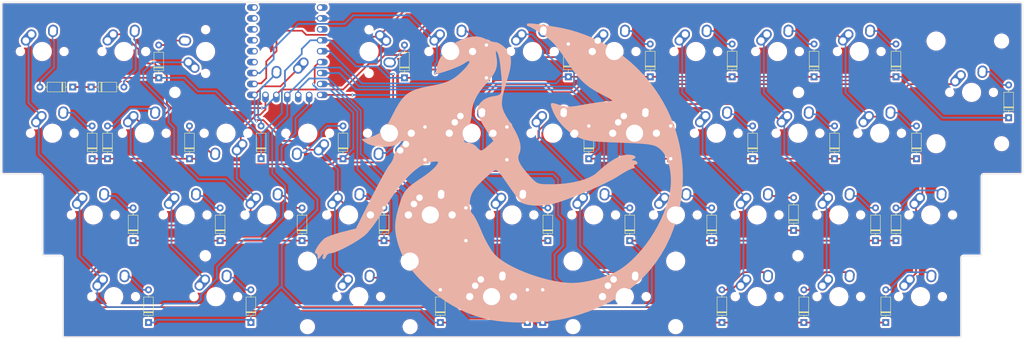
<source format=kicad_pcb>
(kicad_pcb (version 20221018) (generator pcbnew)
  (layers (0 "F.Cu" signal) (31 "B.Cu" signal) (34 "B.Paste" user) (35 "F.Paste" user) (36 "B.SilkS" user "B.Silkscreen") (37 "F.SilkS" user "F.Silkscreen") (38 "B.Mask" user) (39 "F.Mask" user) (44 "Edge.Cuts" user))
  (net 0 "")
  (net 1 "L0")
  (net 2 "Net-(D1-A)")
  (net 3 "Net-(D2-A)")
  (net 4 "Net-(D3-A)")
  (net 5 "Net-(D4-A)")
  (net 6 "Net-(D5-A)")
  (net 7 "Net-(D6-A)")
  (net 8 "L1")
  (net 9 "Net-(D7-A)")
  (net 10 "Net-(D8-A)")
  (net 11 "Net-(D9-A)")
  (net 12 "Net-(D10-A)")
  (net 13 "Net-(D11-A)")
  (net 14 "Net-(D12-A)")
  (net 15 "L2")
  (net 16 "Net-(D13-A)")
  (net 17 "Net-(D14-A)")
  (net 18 "Net-(D15-A)")
  (net 19 "Net-(D16-A)")
  (net 20 "Net-(D17-A)")
  (net 21 "Net-(D18-A)")
  (net 22 "L3")
  (net 23 "Net-(D19-A)")
  (net 24 "Net-(D20-A)")
  (net 25 "Net-(D21-A)")
  (net 26 "Net-(D22-A)")
  (net 27 "Net-(D23-A)")
  (net 28 "L4")
  (net 29 "Net-(D24-A)")
  (net 30 "Net-(D25-A)")
  (net 31 "Net-(D26-A)")
  (net 32 "Net-(D27-A)")
  (net 33 "Net-(D28-A)")
  (net 34 "Net-(D29-A)")
  (net 35 "L5")
  (net 36 "Net-(D30-A)")
  (net 37 "Net-(D31-A)")
  (net 38 "Net-(D32-A)")
  (net 39 "Net-(D33-A)")
  (net 40 "Net-(D34-A)")
  (net 41 "L6")
  (net 42 "Net-(D35-A)")
  (net 43 "Net-(D36-A)")
  (net 44 "Net-(D38-A)")
  (net 45 "Net-(D40-A)")
  (net 46 "L7")
  (net 47 "Net-(D41-A)")
  (net 48 "C2")
  (net 49 "C3")
  (net 50 "C4")
  (net 51 "C5")
  (net 52 "C1")
  (net 53 "C0")
  (net 61 "GND")
  (net 63 "Net-(D37-A)")
  (net 64 "Net-(D39-A)")
  (net 65 "Net-(D42-A)")
  (footprint "Diode_THT:D_DO-35_SOD27_P7.62mm_Horizontal" (layer "F.Cu") (at 112.3688 146.4281 90)
    (fp_text reference "D13" hide)
    (fp_text value "1N4148" hide)
  )
  (footprint "_mx:MX-Alps-Hybrid-1U" (layer "F.Cu") (at 157.75 121.5 180)
    (fp_text reference "MX4" hide)
    (fp_text value "MX" hide)
  )
  (footprint "Diode_THT:D_DO-35_SOD27_P7.62mm_Horizontal" (layer "F.Cu") (at 189.7594 146.6662 90)
    (fp_text reference "D17" hide)
    (fp_text value "1N4148" hide)
  )
  (footprint "_mx:MX-Alps-Hybrid-1U" (layer "F.Cu") (at 219.5 140.5)
    (fp_text reference "MX19" hide)
    (fp_text value "MX" hide)
  )
  (footprint "Diode_THT:D_DO-35_SOD27_P7.62mm_Horizontal" (layer "F.Cu") (at 217.1438 184.5281 90)
    (fp_text reference "D39" hide)
    (fp_text value "1N4148" hide)
  )
  (footprint "_mx:MX-Alps-Hybrid-1U" (layer "F.Cu") (at 286 178.5)
    (fp_text reference "MX41" hide)
    (fp_text value "MX" hide)
  )
  (footprint "_mx:MX-Alps-Hybrid-1U" (layer "F.Cu") (at 143.5 140.5 180)
    (fp_text reference "MX15" hide)
    (fp_text value "MX" hide)
  )
  (footprint "Diode_THT:D_DO-35_SOD27_P7.62mm_Horizontal" (layer "F.Cu") (at 265.9594 146.4281 90)
    (fp_text reference "D21" hide)
    (fp_text value "1N4148" hide)
  )
  (footprint "_mx:MX-Alps-Hybrid-2.25U-ReversedStabilizers" (layer "F.Cu") (at 236.125 178.5)
    (fp_text reference "MX39" hide)
    (fp_text value "MX" hide)
  )
  (footprint "Diode_THT:D_DO-35_SOD27_P7.62mm_Horizontal" (layer "F.Cu") (at 242.1469 127.3781 90)
    (fp_text reference "D8" hide)
    (fp_text value "1N4148" hide)
  )
  (footprint "Diode_THT:D_DO-35_SOD27_P7.62mm_Horizontal" (layer "F.Cu") (at 184.9969 127.6162 90)
    (fp_text reference "D5" hide)
    (fp_text value "1N4148" hide)
  )
  (footprint "Diode_THT:D_DO-35_SOD27_P7.62mm_Horizontal" (layer "F.Cu") (at 299.2969 127.3781 90)
    (fp_text reference "D11" hide)
    (fp_text value "1N4148" hide)
  )
  (footprint "Diode_THT:D_DO-35_SOD27_P7.62mm_Horizontal" (layer "F.Cu") (at 223.0969 127.3781 90)
    (fp_text reference "D7" hide)
    (fp_text value "1N4148" hide)
  )
  (footprint "_mx:MX-Alps-Hybrid-1U" (layer "F.Cu") (at 271.75 121.5)
    (fp_text reference "MX10" hide)
    (fp_text value "MX" hide)
  )
  (footprint "_mx:MX-Alps-Hybrid-1U" (layer "F.Cu") (at 290.75 121.5)
    (fp_text reference "MX11" hide)
    (fp_text value "MX" hide)
  )
  (footprint "_mx:MX-Alps-Hybrid-1U" (layer "F.Cu") (at 267 159.5)
    (fp_text reference "MX32" hide)
    (fp_text value "MX" hide)
  )
  (footprint "_mx:MX-Alps-Hybrid-1.25U" (layer "F.Cu") (at 103.125 140.5)
    (fp_text reference "MX13" hide)
    (fp_text value "MX" hide)
  )
  (footprint "_mx:MX-Alps-Hybrid-1U" (layer "F.Cu") (at 229 159.5)
    (fp_text reference "MX30" hide)
    (fp_text value "MX" hide)
  )
  (footprint "_mx:MX-Alps-Hybrid-1.25U" (layer "F.Cu") (at 307.375 159.5)
    (fp_text reference "MX34" hide)
    (fp_text value "MX" hide)
  )
  (footprint "_mx:MX-Alps-Hybrid-1U" (layer "F.Cu") (at 191 159.5)
    (fp_text reference "MX28" hide)
    (fp_text value "MX" hide)
  )
  (footprint "Diode_THT:D_DO-35_SOD27_P7.62mm_Horizontal" (layer "F.Cu") (at 275.4844 163.0969 90)
    (fp_text reference "D32" hide)
    (fp_text value "1N4148" hide)
  )
  (footprint "_mx:MX-Alps-Hybrid-1U" (layer "F.Cu") (at 257.5 140.5)
    (fp_text reference "MX21" hide)
    (fp_text value "MX" hide)
  )
  (footprint "Diode_THT:D_DO-35_SOD27_P7.62mm_Horizontal" (layer "F.Cu") (at 107.8444 129.7594 180)
    (fp_text reference "D1" hide)
    (fp_text value "1N4148" hide)
  )
  (footprint "Diode_THT:D_DO-35_SOD27_P7.62mm_Horizontal" (layer "F.Cu") (at 180.2344 165.4781 90)
    (fp_text reference "D27" hide)
    (fp_text value "1N4148" hide)
  )
  (footprint "Diode_THT:D_DO-35_SOD27_P7.62mm_Horizontal" (layer "F.Cu") (at 121.8938 165.4781 90)
    (fp_text reference "D24" hide)
    (fp_text value "1N4148" hide)
  )
  (footprint "Diode_THT:D_DO-35_SOD27_P7.62mm_Horizontal" (layer "F.Cu") (at 256.4344 165.4781 90)
    (fp_text reference "D31" hide)
    (fp_text value "1N4148" hide)
  )
  (footprint "_mx:MX-Alps-Hybrid-1U" (layer "F.Cu") (at 252.75 121.5)
    (fp_text reference "MX9" hide)
    (fp_text value "MX" hide)
  )
  (footprint "_mx:MX-Alps-Hybrid-2.25U-ReversedStabilizers" (layer "F.Cu") (at 174.375 178.5)
    (fp_text reference "MX37" hide)
    (fp_text value "MX" hide)
  )
  (footprint "_mx:MX-Alps-Hybrid-1U" (layer "F.Cu") (at 233.75 121.5)
    (fp_text reference "MX8" hide)
    (fp_text value "MX" hide)
  )
  (footprint "Diode_THT:D_DO-35_SOD27_P7.62mm_Horizontal" (layer "F.Cu") (at 213.5719 184.5281 90)
    (fp_text reference "D38" hide)
    (fp_text value "1N4148" hide)
  )
  (footprint "_mx:MX-Alps-Hybrid-1U" (layer "F.Cu") (at 119.75 121.5)
    (fp_text reference "MX2" hide)
    (fp_text value "MX" hide)
  )
  (footprint "_mx:MX-Alps-Hybrid-1U" (layer "F.Cu") (at 286 159.5)
    (fp_text reference "MX33" hide)
    (fp_text value "MX" hide)
  )
  (footprint "_mx:MX-Alps-Hybrid-1U" (layer "F.Cu") (at 124.5 140.5)
    (fp_text reference "MX14" hide)
    (fp_text value "MX" hide)
  )
  (footprint "Diode_THT:D_DO-35_SOD27_P7.62mm_Horizontal" (layer "F.Cu") (at 325.4906 136.9031 90)
    (fp_text reference "D12" hide)
    (fp_text value "1N4148" hide)
  )
  (footprint "_mx:MX-Alps-Hybrid-1U" (layer "F.Cu") (at 176.75 121.5 -90)
    (fp_text reference "MX5" hide)
    (fp_text value "MX" hide)
  )
  (footprint "_mx:MX-Alps-Hybrid-1U" (layer "F.Cu") (at 138.75 121.5 90)
    (fp_text reference "MX3" hide)
    (fp_text value "MX" hide)
  )
  (footprint "_mx:MX-Alps-Hybrid-1U" (layer "F.Cu") (at 172 159.5)
    (fp_text reference "MX27" hide)
    (fp_text value "MX" hide)
  )
  (footprint "_mx:MX-Alps-Hybrid-1U" (layer "F.Cu") (at 205.25 178.5)
    (fp_text reference "MX38" hide)
    (fp_text value "MX" hide)
  )
  (footprint "_mx:MX-Alps-Hybrid-1U" (layer "F.Cu") (at 305 178.5)
    (fp_text reference "MX42" hide)
    (fp_text value "MX" hide)
  )
  (footprint "Diode_THT:D_DO-35_SOD27_P7.62mm_Horizontal" (layer "F.Cu") (at 280.2469 127.3781 90)
    (fp_text reference "D10" hide)
    (fp_text value "1N4148" hide)
  )
  (footprint "Diode_THT:D_DO-35_SOD27_P7.62mm_Horizontal" (layer "F.Cu") (at 299.2969 165.4781 90)
    (fp_text reference "D34" hide)
    (fp_text value "1N4148" hide)
  )
  (footprint "Diode_THT:D_DO-35_SOD27_P7.62mm_Horizontal" (layer "F.Cu") (at 112.1306 129.7594)
    (fp_text reference "D2" hide)
    (fp_text value "1N4148" hide)
  )
  (footprint "Diode_THT:D_DO-35_SOD27_P7.62mm_Horizontal" (layer "F.Cu") (at 208.8094 146.6662 90)
    (fp_text reference "D18" hide)
    (fp_text value "1N4148" hide)
  )
  (footprint "_mx:MX-Alps-Hybrid-ISO" (layer "F.Cu") (at 316.875 131)
    (fp_text reference "MX12" hide)
    (fp_text value "MX" hide)
  )
  (footprint "Diode_THT:D_DO-35_SOD27_P7.62mm_Horizontal" (layer "F.Cu") (at 246.9094 146.4281 90)
    (fp_text reference "D20" hide)
    (fp_text value "1N4148" hide)
  )
  (footprint "_mx:MX-Alps-Hybrid-1U" (layer "F.Cu") (at 295.5 140.5)
    (fp_text reference "MX23" hide)
    (fp_text value "MX" hide)
  )
  (footprint "_mx:MX-Alps-Hybrid-1U" (layer "F.Cu") (at 195.75 121.5)
    (fp_text reference "MX6" hide)
    (fp_text value "MX" hide)
  )
  (footprint "Diode_THT:D_DO-35_SOD27_P7.62mm_Horizontal" (layer "F.Cu") (at 149.2781 184.5281 90)
    (fp_text reference "D36" hide)
    (fp_text value "1N4148" hide)
  )
  (footprint "Diode_THT:D_DO-35_SOD27_P7.62mm_Horizontal" (layer "F.Cu") (at 285.0094 146.4281 90)
    (fp_text reference "D22" hide)
    (fp_text value "1N4148" hide)
  )
  (footprint "Diode_THT:D_DO-35_SOD27_P7.62mm_Horizontal" (layer "F.Cu") (at 304.0594 146.4281 90)
    (fp_text reference "D23" hide)
    (fp_text value "1N4148" hide)
  )
  (footprint "_mx:MX-Alps-Hybrid-1U" (layer "F.Cu") (at 214.75 121.5)
    (fp_text reference "MX7" hide)
    (fp_text value "MX" hide)
  )
  (footprint "_mx:MX-Alps-Hybrid-1U" (layer "F.Cu") (at 200.5 140.5)
    (fp_text reference "MX18" hide)
    (fp_text value "MX" hide)
  )
  (footprint "_mx:MX-Alps-Hybrid-1U" (layer "F.Cu") (at 248 159.5)
    (fp_text reference "MX31" hide)
    (fp_text value "MX" hide)
  )
  (footprint "Diode_THT:D_DO-35_SOD27_P7.62mm_Horizontal" (layer "F.Cu") (at 134.9906 146.4281 90)
    (fp_text reference "D15" hide)
    (fp_text value "1N4148" hide)
  )
  (footprint "Diode_THT:D_DO-35_SOD27_P7.62mm_Horizontal" (layer "F.Cu") (at 193.3313 184.5281 90)
    (fp_text reference "D37" hide)
    (fp_text value "1N4148" hide)
  )
  (footprint "_mx:MX-Alps-Hybrid-1.25U" (layer "F.Cu") (at 117.375 178.5)
    (fp_text reference "MX35" hide)
    (fp_text value "MX" hide)
  )
  (footprint "_mx:MX-Alps-Hybrid-1U" (layer "F.Cu") (at 153 159.5)
    (fp_text reference "MX26" hide)
    (fp_text value "MX" hide)
  )
  (footprint "Diode_THT:D_DO-35_SOD27_P7.62mm_Horizontal" (layer "F.Cu") (at 115.9406 146.4281 90)
    (fp_text reference "D14" hide)
    (fp_text value "1N4148" hide)
  )
  (footprint "_mx:MX-Alps-Hybrid-1U" (layer "F.Cu") (at 181.5 140.5 180)
    (fp_text reference "MX17" hide)
    (fp_text value "MX" hide)
  )
  (footprint "Diode_THT:D_DO-35_SOD27_P7.62mm_Horizontal" (layer "F.Cu") (at 227.8594 146.4281 90)
    (fp_text reference "D19" hide)
    (fp_text value "1N4148" hide)
  )
  (footprint "_mx:MX-Alps-Hybrid-1U" (layer "F.Cu") (at 238.5 140.5)
    (fp_text reference "MX20" hide)
    (fp_text value "MX" hide)
  )
  (footprint "Diode_THT:D_DO-35_SOD27_P7.62mm_Horizontal" (layer "F.Cu") (at 277.8656 184.5281 90)
    (fp_text reference "D41" hide)
    (fp_text value "1N4148" hide)
  )
  (footprint "_mx:MX-Alps-Hybrid-1U" (layer "F.Cu") (at 100.75 121.5)
    (fp_text reference "MX1" hide)
    (fp_text value "MX" hide)
  )
  (footprint "_mx:MX-Alps-Hybrid-1U" (layer "F.Cu") (at 267 178.5)
    (fp_text reference "MX40" hide)
    (fp_text value "MX" hide)
  )
  (footprint "Diode_THT:D_DO-35_SOD27_P7.62mm_Horizontal" (layer "F.Cu") (at 161.1844 165.4781 90)
    (fp_text reference "D26" hide)
    (fp_text value "1N4148" hide)
  )
  (footprint "_mx:MX-Alps-Hybrid-1.25U" (layer "F.Cu") (at 141.125 178.5)
    (fp_text reference "MX36" hide)
    (fp_text value "MX" hide)
  )
  (footprint "Diode_THT:D_DO-35_SOD27_P7.62mm_Horizontal" (layer "F.Cu") (at 237.3844 165.4781 90)
    (fp_text reference "D30" hide)
    (fp_text value "1N4148" hide)
  )
  (footprint "Diode_THT:D_DO-35_SOD27_P7.62mm_Horizontal" (layer "F.Cu") (at 127.8469 127.6162 90)
    (fp_text reference "D3" hide)
    (fp_text value "1N4148" hide)
  )
  (footprint "Diode_THT:D_DO-35_SOD27_P7.62mm_Horizontal" (layer "F.Cu") (at 151.6594 146.4281 90)
    (fp_text reference "D4" hide)
    (fp_text value "1N4148" hide)
  )
  (footprint "_mx:MX-Alps-Hybrid-1U" (layer "F.Cu") (at 134 159.5)
    (fp_text reference "MX25" hide)
    (fp_text value "MX" hide)
  )
  (footprint "Diode_THT:D_DO-35_SOD27_P7.62mm_Horizontal" (layer "F.Cu") (at 218.3344 165.4781 90)
    (fp_text reference "D29" hide)
    (fp_text value "1N4148" hide)
  )
  (footprint "Diode_THT:D_DO-35_SOD27_P7.62mm_Horizontal" (layer "F.Cu") (at 125.4656 184.5281 90)
    (fp_text reference "D35" hide)
    (fp_text value "1N4148" hide)
  )
  (footprint "Diode_THT:D_DO-35_SOD27_P7.62mm_Horizontal" (layer "F.Cu") (at 296.9156 184.5281 90)
    (fp_text reference "D42" hide)
    (fp_text value "1N4148" hide)
  )
  (footprint "Diode_THT:D_DO-35_SOD27_P7.62mm_Horizontal" (layer "F.Cu") (at 199.2844 165.4781 90)
    (fp_text reference "D28" hide)
    (fp_text value "1N4148" hide)
  )
  (footprint "_mx:MX-Alps-Hybrid-1U" (layer "F.Cu") (at 162.5 140.5 180)
    (fp_text reference "MX16" hide)
    (fp_text value "MX" hide)
  )
  (footprint "_mx:MX-Alps-Hybrid-1U" (layer "F.Cu") (at 276.5 140.5)
    (fp_text reference "MX22" hide)
    (fp_text value "MX" hide)
  )
  (footprint "Diode_THT:D_DO-35_SOD27_P7.62mm_Horizontal" (layer "F.Cu") (at 261.1969 127.3781 90)
    (fp_text reference "D9" hide)
    (fp_text value "1N4148" hide)
  )
  (footprint "Diode_THT:D_DO-35_SOD27_P7.62mm_Horizontal" (layer "F.Cu") (at 170.7094 146.4281 90)
    (fp_text reference "D16" hide)
    (fp_text value "1N4148" hide)
  )
  (footprint "Diode_THT:D_DO-35_SOD27_P7.62mm_Horizontal" (layer "F.Cu") (at 258.8156 184.5281 90)
    (fp_text reference "D40" hide)
    (fp_text value "1N4148" hide)
  )
  (footprint "Diode_THT:D_DO-35_SOD27_P7.62mm_Horizontal" (layer "F.Cu") (at 142.1344 165.4781 90)
    (fp_text reference "D25" hide)
    (fp_text value "1N4148" hide)
  )
  (footprint "_mx:MX-Alps-Hybrid-1.25U" (layer "F.Cu") (at 112.625 159.5)
    (fp_text reference "MX24" hide)
    (fp_text value "MX" hide)
  )
  (footprint "_mx:MX-Alps-Hybrid-1U" (layer "F.Cu") (at 210 159.5)
    (fp_text reference "MX29" hide)
    (fp_text value "MX" hide)
  )
  (footprint "Diode_THT:D_DO-35_SOD27_P7.62mm_Horizontal" (layer "F.Cu") (at 204.0469 127.6162 90)
    (fp_text reference "D6" hide)
    (fp_text value "1N4148" hide)
  )
  (footprint "Diode_THT:D_DO-35_SOD27_P7.62mm_Horizontal" (layer "F.Cu") (at 294.5344 165.4781 90)
    (fp_text reference "D33" hide)
    (fp_text value "1N4148" hide)
  )
  (footprint "_mcu:rp2040-zero-tht" (layer "B.Cu") (at 157.75 121.425 180)
    (fp_text reference "U1" hide)
    (fp_text value "rp2040-zero" hide)
  )
  (footprint "MountingHole:MountingHole_2.2mm_M2" (layer "B.Cu") (at 276.625 131 180)
    (fp_text reference "H1" hide)
    (fp_text value "MountingHole" hide)
  )
  (footprint "MountingHole:MountingHole_2.2mm_M2" (layer "B.Cu") (at 131.625 131 180)
    (fp_text reference "H3" hide)
    (fp_text value "MountingHole" hide)
  )
  (footprint "MountingHole:MountingHole_2.2mm_M2" (layer "B.Cu") (at 276.5 169 180)
    (fp_text reference "H2" hide)
    (fp_text value "MountingHole" hide)
  )
  (footprint "MountingHole:MountingHole_2.2mm_M2" (layer "B.Cu") (at 138.6875 169 180)
    (fp_text reference "H4" hide)
    (fp_text value "MountingHole" hide)
  )
  (gr_poly (pts (xy 214.17538 114.965143) (xy 214.311122 114.969046) (xy 214.461393 114.976587) (xy 214.626811 114.987813) (xy 214.807992 115.002771) (xy 215.005554 115.021506) (xy 215.452292 115.070499) (xy 215.971963 115.135164) (xy 216.569506 115.215875) (xy 217.24986 115.313004) (xy 218.017963 115.426926) (xy 218.878756 115.558012) (xy 219.837177 115.706637) (xy 221.682715 116.044376) (xy 223.487873 116.473297) (xy 225.250664 116.990549) (xy 226.969104 117.593282) (xy 228.641206 118.278645) (xy 230.264986 119.043787) (xy 231.838457 119.885858) (xy 233.359634 120.802005) (xy 234.826531 121.78938) (xy 236.237163 122.845131) (xy 237.589543 123.966407) (xy 238.881688 125.150357) (xy 240.11161 126.394132) (xy 241.277324 127.694879) (xy 242.376845 129.049748) (xy 243.408188 130.455889) (xy 244.369365 131.910451) (xy 245.258393 133.410582) (xy 246.073285 134.953433) (xy 246.812055 136.536152) (xy 247.472719 138.155888) (xy 248.05329 139.809791) (xy 248.551782 141.495011) (xy 248.966212 143.208696) (xy 249.294591 144.947995) (xy 249.534936 146.710058) (xy 249.685261 148.492034) (xy 249.743579 150.291073) (xy 249.707905 152.104322) (xy 249.576254 153.928933) (xy 249.346641 155.762053) (xy 249.017078 157.600833) (xy 248.428991 160.050103) (xy 247.699143 162.392772) (xy 246.828613 164.627759) (xy 245.818481 166.753989) (xy 244.669824 168.770381) (xy 243.383723 170.675859) (xy 241.961256 172.469344) (xy 240.403503 174.149757) (xy 238.711543 175.716022) (xy 236.886454 177.167058) (xy 234.929316 178.501789) (xy 232.841208 179.719136) (xy 230.623209 180.818021) (xy 228.276398 181.797366) (xy 225.801854 182.656093) (xy 223.200657 183.393123) (xy 222.103556 183.646256) (xy 220.939454 183.867766) (xy 219.71891 184.057547) (xy 218.452486 184.215493) (xy 217.150744 184.341499) (xy 215.824243 184.43546) (xy 214.483545 184.49727) (xy 213.13921 184.526824) (xy 211.801801 184.524017) (xy 210.481878 184.488743) (xy 209.190001 184.420897) (xy 207.936732 184.320373) (xy 206.732632 184.187067) (xy 205.588261 184.020872) (xy 204.514182 183.821684) (xy 203.520954 183.589397) (xy 203.520952 183.589399) (xy 203.520951 183.589402) (xy 203.520949 183.589405) (xy 203.520947 183.589408) (xy 203.520945 183.58941) (xy 203.520943 183.589413) (xy 203.520941 183.589415) (xy 203.520939 183.589418) (xy 203.520937 183.58942) (xy 203.520934 183.589421) (xy 203.520932 183.589423) (xy 203.52093 183.589424) (xy 203.520928 183.589426) (xy 203.520927 183.589426) (xy 203.520926 183.589427) (xy 203.520925 183.589427) (xy 203.520924 183.589427) (xy 203.520923 183.589427) (xy 202.429275 183.282675) (xy 201.359974 182.940417) (xy 200.31201 182.562025) (xy 199.284375 182.146875) (xy 198.27606 181.694341) (xy 197.286056 181.203797) (xy 196.313355 180.674618) (xy 195.356948 180.106178) (xy 194.415825 179.497852) (xy 193.488978 178.849013) (xy 192.575399 178.159037) (xy 191.674078 177.427298) (xy 190.784006 176.653169) (xy 189.904176 175.836026) (xy 189.033577 174.975243) (xy 188.171201 174.070193) (xy 187.660443 173.504986) (xy 187.179566 172.944563) (xy 186.72772 172.387354) (xy 186.304055 171.831788) (xy 185.90772 171.276293) (xy 185.537863 170.719298) (xy 185.193635 170.159232) (xy 184.874183 169.594524) (xy 184.578659 169.023604) (xy 184.30621 168.444899) (xy 184.055986 167.85684) (xy 183.827137 167.257853) (xy 183.61881 166.64637) (xy 183.430157 166.020818) (xy 183.260325 165.379627) (xy 183.108465 164.721225) (xy 183.017622 164.264841) (xy 182.944002 163.819614) (xy 182.887979 163.381925) (xy 182.849924 162.948155) (xy 182.83021 162.514688) (xy 182.829208 162.077903) (xy 182.847292 161.634183) (xy 182.884833 161.17991) (xy 182.942203 160.711464) (xy 183.019776 160.225229) (xy 183.117922 159.717585) (xy 183.237015 159.184914) (xy 183.377427 158.623597) (xy 183.539529 158.030017) (xy 183.723695 157.400555) (xy 183.930296 156.731593) (xy 184.095109 156.225171) (xy 184.257449 155.763532) (xy 184.422059 155.341148) (xy 184.593679 154.952489) (xy 184.777051 154.592027) (xy 184.976918 154.254232) (xy 185.198019 153.933577) (xy 185.445099 153.624532) (xy 185.722897 153.321568) (xy 186.036156 153.019157) (xy 186.389617 152.711769) (xy 186.788022 152.393875) (xy 187.236113 152.059948) (xy 187.738631 151.704458) (xy 188.300318 151.321875) (xy 188.925916 150.906673) (xy 189.37632 150.603415) (xy 189.80892 150.298119) (xy 190.221431 149.993085) (xy 190.611565 149.690609) (xy 190.977037 149.392991) (xy 191.315561 149.102528) (xy 191.624851 148.821519) (xy 191.902619 148.552262) (xy 192.146581 148.297056) (xy 192.354449 148.058198) (xy 192.523938 147.837987) (xy 192.652761 147.638721) (xy 192.738632 147.462698) (xy 192.764747 147.384121) (xy 192.779266 147.312217) (xy 192.781904 147.247272) (xy 192.772375 147.189575) (xy 192.750393 147.139412) (xy 192.715673 147.097072) (xy 192.705991 147.090458) (xy 192.692143 147.084694) (xy 192.652416 147.075674) (xy 192.597415 147.069931) (xy 192.528066 147.067383) (xy 192.445291 147.067948) (xy 192.350014 147.071547) (xy 192.243161 147.078098) (xy 192.125654 147.087519) (xy 191.998418 147.099729) (xy 191.862377 147.114648) (xy 191.567574 147.152286) (xy 191.248638 147.199782) (xy 190.912962 147.256488) (xy 190.647731 147.313312) (xy 190.376094 147.39) (xy 190.098371 147.486232) (xy 189.814882 147.601688) (xy 189.525945 147.73605) (xy 189.23188 147.888996) (xy 188.629645 148.249368) (xy 188.010732 148.680245) (xy 187.377695 149.179072) (xy 186.733091 149.743292) (xy 186.079476 150.370348) (xy 185.419404 151.057683) (xy 184.755431 151.80274) (xy 184.090112 152.602963) (xy 183.426004 153.455795) (xy 182.765661 154.358679) (xy 182.111639 155.309058) (xy 181.466494 156.304375) (xy 180.832781 157.342074) (xy 180.211734 158.361502) (xy 179.558975 159.381578) (xy 178.894039 160.375041) (xy 178.236458 161.314627) (xy 177.605765 162.173074) (xy 177.021494 162.923119) (xy 176.503178 163.537501) (xy 176.274857 163.785298) (xy 176.070349 163.988956) (xy 175.699759 164.313283) (xy 175.25878 164.658058) (xy 174.758148 165.017573) (xy 174.208603 165.386118) (xy 173.620881 165.757985) (xy 173.00572 166.127466) (xy 172.373858 166.488851) (xy 171.736033 166.836433) (xy 171.102981 167.164501) (xy 170.48544 167.467349) (xy 169.894149 167.739267) (xy 169.339844 167.974546) (xy 168.833264 168.167479) (xy 168.385145 168.312356) (xy 168.006226 168.403468) (xy 167.707244 168.435107) (xy 167.674126 168.436008) (xy 167.640743 168.438679) (xy 167.607155 168.443077) (xy 167.573418 168.449158) (xy 167.539591 168.456878) (xy 167.505731 168.466192) (xy 167.438147 168.489429) (xy 167.371127 168.518514) (xy 167.305137 168.553095) (xy 167.240638 168.592819) (xy 167.178094 168.637334) (xy 167.117968 168.686286) (xy 167.060724 168.739322) (xy 167.006824 168.79609) (xy 166.956733 168.856236) (xy 166.910912 168.919407) (xy 166.869826 168.985251) (xy 166.833938 169.053415) (xy 166.818088 169.088257) (xy 166.80371 169.123546) (xy 166.767731 169.211441) (xy 166.729852 169.293044) (xy 166.690338 169.368392) (xy 166.649456 169.437526) (xy 166.607469 169.500484) (xy 166.564643 169.557306) (xy 166.521244 169.60803) (xy 166.477536 169.652696) (xy 166.433784 169.691343) (xy 166.390255 169.72401) (xy 166.347212 169.750736) (xy 166.304922 169.77156) (xy 166.263649 169.786521) (xy 166.223658 169.795659) (xy 166.185215 169.799012) (xy 166.148585 169.796619) (xy 166.114033 169.788521) (xy 166.081825 169.774755) (xy 166.052224 169.755361) (xy 166.025497 169.730379) (xy 166.001909 169.699846) (xy 165.981725 169.663803) (xy 165.96521 169.622288) (xy 165.952629 169.57534) (xy 165.944248 169.522999) (xy 165.940331 169.465304) (xy 165.941144 169.402294) (xy 165.946951 169.334007) (xy 165.95802 169.260484) (xy 165.974613 169.181763) (xy 165.996997 169.097883) (xy 166.025436 169.008884) (xy 166.063898 168.894478) (xy 166.094776 168.795941) (xy 166.117777 168.713344) (xy 166.132609 168.646762) (xy 166.136869 168.619499) (xy 166.138978 168.596266) (xy 166.138897 168.577075) (xy 166.13659 168.561932) (xy 166.132022 168.550848) (xy 166.125154 168.543831) (xy 166.115951 168.540892) (xy 166.104376 168.542038) (xy 166.090392 168.547279) (xy 166.073963 168.556625) (xy 166.055052 168.570084) (xy 166.033622 168.587666) (xy 165.983059 168.635234) (xy 165.921982 168.699403) (xy 165.850098 168.780245) (xy 165.767113 168.877834) (xy 165.672734 168.992243) (xy 165.566669 169.123546) (xy 165.449854 169.268172) (xy 165.34588 169.393933) (xy 165.253994 169.500944) (xy 165.173442 169.58932) (xy 165.10347 169.659176) (xy 165.072216 169.687195) (xy 165.043324 169.710627) (xy 165.016701 169.729486) (xy 164.992251 169.743788) (xy 164.969881 169.753546) (xy 164.949497 169.758775) (xy 164.931004 169.759489) (xy 164.914307 169.755702) (xy 164.899314 169.74743) (xy 164.885929 169.734686) (xy 164.874059 169.717485) (xy 164.863608 169.69584) (xy 164.854483 169.669768) (xy 164.84659 169.639281) (xy 164.839835 169.604395) (xy 164.834122 169.565123) (xy 164.82545 169.473481) (xy 164.81982 169.364471) (xy 164.816478 169.238208) (xy 164.812365 169.15639) (xy 164.803456 169.076865) (xy 164.790005 169.000047) (xy 164.772264 168.926346) (xy 164.750488 168.856175) (xy 164.724928 168.789945) (xy 164.695839 168.728068) (xy 164.663473 168.670956) (xy 164.628084 168.61902) (xy 164.589924 168.572674) (xy 164.549247 168.532328) (xy 164.528044 168.514533) (xy 164.506306 168.498394) (xy 164.484066 168.48396) (xy 164.461354 168.471283) (xy 164.438203 168.460416) (xy 164.414644 168.451409) (xy 164.390709 168.444314) (xy 164.366429 168.439183) (xy 164.341837 168.436066) (xy 164.316963 168.435016) (xy 164.257643 168.427118) (xy 164.211914 168.403995) (xy 164.179244 168.366508) (xy 164.159099 168.315513) (xy 164.150949 168.251869) (xy 164.154258 168.176436) (xy 164.168496 168.09007) (xy 164.193128 167.993632) (xy 164.227622 167.887979) (xy 164.271446 167.773969) (xy 164.38495 167.524316) (xy 164.529378 167.25154) (xy 164.700468 166.962508) (xy 164.893957 166.664089) (xy 165.105584 166.363151) (xy 165.331085 166.066561) (xy 165.566199 165.781187) (xy 165.806664 165.513897) (xy 166.048217 165.271558) (xy 166.16807 165.161892) (xy 166.286597 165.06104) (xy 166.403264 164.969859) (xy 166.517539 164.889209) (xy 166.638141 164.815574) (xy 166.786681 164.7361) (xy 166.961057 164.651535) (xy 167.159163 164.562627) (xy 167.618153 164.374776) (xy 168.146818 164.178536) (xy 168.728324 163.979894) (xy 169.345839 163.784836) (xy 169.982529 163.59935) (xy 170.621562 163.429423) (xy 173.698386 162.652934) (xy 177.167903 155.723735) (xy 178.584459 152.956551) (xy 179.876657 150.544437) (xy 180.431525 149.55255) (xy 180.901787 148.746653) (xy 181.269604 148.159153) (xy 181.517137 147.822459) (xy 181.607099 147.718701) (xy 181.695222 147.608569) (xy 181.781021 147.493028) (xy 181.864012 147.373045) (xy 181.943707 147.249586) (xy 182.019623 147.123615) (xy 182.091272 146.9961) (xy 182.158171 146.868007) (xy 182.219833 146.7403) (xy 182.275772 146.613947) (xy 182.325504 146.489913) (xy 182.368543 146.369164) (xy 182.404403 146.252666) (xy 182.432599 146.141384) (xy 182.452645 146.036286) (xy 182.464056 145.938336) (xy 182.477739 145.838288) (xy 182.504459 145.727038) (xy 182.543506 145.605758) (xy 182.59417 145.475622) (xy 182.655739 145.337803) (xy 182.727503 145.193474) (xy 182.808752 145.043807) (xy 182.898776 144.889977) (xy 182.996864 144.733157) (xy 183.102306 144.574518) (xy 183.214391 144.415235) (xy 183.332409 144.25648) (xy 183.455649 144.099426) (xy 183.583401 143.945247) (xy 183.714955 143.795116) (xy 183.8496 143.650205) (xy 184.087998 143.393616) (xy 184.288589 143.161874) (xy 184.45189 142.955785) (xy 184.578419 142.776152) (xy 184.628055 142.696509) (xy 184.668693 142.623782) (xy 184.700396 142.558072) (xy 184.72323 142.499478) (xy 184.737258 142.448103) (xy 184.742547 142.404046) (xy 184.739159 142.367408) (xy 184.727161 142.33829) (xy 184.706617 142.316792) (xy 184.677591 142.303016) (xy 184.640148 142.29706) (xy 184.594353 142.299027) (xy 184.54027 142.309016) (xy 184.477965 142.327129) (xy 184.407502 142.353466) (xy 184.328945 142.388127) (xy 184.242359 142.431213) (xy 184.147809 142.482825) (xy 183.935076 142.612028) (xy 183.691263 142.776542) (xy 183.416887 142.97717) (xy 183.281938 143.069359) (xy 183.130542 143.154768) (xy 182.963728 143.23343) (xy 182.782525 143.305379) (xy 182.381072 143.429277) (xy 181.934418 143.526733) (xy 181.450798 143.598022) (xy 180.938447 143.643414) (xy 180.405599 143.663184) (xy 179.860491 143.657603) (xy 179.311358 143.626945) (xy 178.766434 143.571483) (xy 178.233955 143.491488) (xy 177.722155 143.387235) (xy 177.239271 143.258995) (xy 176.793536 143.107041) (xy 176.393187 142.931646) (xy 176.212605 142.835243) (xy 176.046458 142.733083) (xy 175.850369 142.601808) (xy 175.677741 142.483016) (xy 175.528275 142.376147) (xy 175.401673 142.280644) (xy 175.297637 142.195951) (xy 175.215869 142.121508) (xy 175.183242 142.087956) (xy 175.156071 142.056758) (xy 175.147337 142.045149) (xy 198.834826 142.045149) (xy 198.835264 142.135552) (xy 198.842984 142.218326) (xy 198.858 142.293749) (xy 198.880324 142.362099) (xy 198.909969 142.423654) (xy 198.946949 142.478689) (xy 198.991277 142.527484) (xy 199.042965 142.570314) (xy 199.102027 142.607459) (xy 199.168476 142.639194) (xy 199.242325 142.665798) (xy 199.412275 142.704722) (xy 199.611981 142.726448) (xy 199.841549 142.733197) (xy 199.955497 142.73796) (xy 200.074706 142.751933) (xy 200.198198 142.774646) (xy 200.324996 142.805629) (xy 200.454121 142.844411) (xy 200.584597 142.890521) (xy 200.715445 142.943489) (xy 200.845689 143.002843) (xy 200.974349 143.068114) (xy 201.100449 143.13883) (xy 201.223011 143.214521) (xy 201.341057 143.294717) (xy 201.45361 143.378946) (xy 201.559691 143.466738) (xy 201.658324 143.557622) (xy 201.748531 143.651128) (xy 201.931503 143.85173) (xy 202.095309 144.025142) (xy 202.171149 144.101555) (xy 202.243545 144.171057) (xy 202.312949 144.233608) (xy 202.379809 144.28917) (xy 202.444574 144.337705) (xy 202.507696 144.379176) (xy 202.569622 144.413543) (xy 202.630804 144.440769) (xy 202.691689 144.460816) (xy 202.752728 144.473644) (xy 202.814371 144.479217) (xy 202.877067 144.477496) (xy 202.941266 144.468443) (xy 203.007417 144.452019) (xy 203.07597 144.428187) (xy 203.147374 144.396908) (xy 203.222079 144.358144) (xy 203.300535 144.311857) (xy 203.383191 144.258008) (xy 203.470496 144.19656) (xy 203.562902 144.127475) (xy 203.660856 144.050714) (xy 203.875209 143.874011) (xy 204.117153 143.666147) (xy 204.390285 143.426816) (xy 204.390148 143.426831) (xy 205.65501 142.313611) (xy 203.81644 139.469007) (xy 203.623082 139.163353) (xy 203.436539 138.855642) (xy 203.087024 138.241094) (xy 202.774143 137.639465) (xy 202.504143 137.064856) (xy 202.387174 136.79209) (xy 202.283268 136.531366) (xy 202.193206 136.284449) (xy 202.117767 136.053099) (xy 202.057734 135.839079) (xy 202.013886 135.644153) (xy 201.987005 135.470083) (xy 201.977871 135.318631) (xy 201.981997 135.156534) (xy 201.994304 134.997004) (xy 202.014686 134.840142) (xy 202.043039 134.686045) (xy 202.079255 134.534813) (xy 202.123229 134.386545) (xy 202.174856 134.241338) (xy 202.234029 134.099293) (xy 202.300644 133.960507) (xy 202.374593 133.82508) (xy 202.455771 133.69311) (xy 202.544073 133.564696) (xy 202.639392 133.439937) (xy 202.741624 133.318932) (xy 202.850661 133.20178) (xy 202.966399 133.088578) (xy 203.088731 132.979427) (xy 203.217552 132.874425) (xy 203.352757 132.773671) (xy 203.494238 132.677263) (xy 203.641891 132.5853) (xy 203.795609 132.497882) (xy 203.955287 132.415106) (xy 204.120819 132.337073) (xy 204.2921 132.263879) (xy 204.469023 132.195625) (xy 204.651483 132.13241) (xy 204.839374 132.074331) (xy 205.03259 132.021488) (xy 205.231025 131.973979) (xy 205.434574 131.931903) (xy 205.643131 131.89536) (xy 205.950042 131.844837) (xy 206.221181 131.795813) (xy 206.45888 131.745915) (xy 206.665472 131.692772) (xy 206.757832 131.664242) (xy 206.84329 131.634011) (xy 206.922137 131.601782) (xy 206.994666 131.567259) (xy 207.061167 131.530145) (xy 207.121932 131.490143) (xy 207.177252 131.446958) (xy 207.227421 131.400293) (xy 207.272728 131.34985) (xy 207.313465 131.295334) (xy 207.349924 131.236448) (xy 207.382397 131.172895) (xy 207.411175 131.104379) (xy 207.43655 131.030603) (xy 207.458813 130.95127) (xy 207.478256 130.866085) (xy 207.509846 130.67697) (xy 207.533655 130.460885) (xy 207.552015 130.215457) (xy 207.567257 129.938315) (xy 207.58163 129.585625) (xy 207.590984 129.22038) (xy 207.595407 128.853164) (xy 207.594987 128.494561) (xy 207.58981 128.155153) (xy 207.579965 127.845524) (xy 207.565539 127.576257) (xy 207.546619 127.357935) (xy 207.414931 126.128353) (xy 207.24229 124.461115) (xy 207.192043 124.047779) (xy 207.126413 123.6316) (xy 207.048179 123.223872) (xy 206.960115 122.835892) (xy 206.865 122.478953) (xy 206.76561 122.164351) (xy 206.71518 122.026456) (xy 206.664722 121.903381) (xy 206.614584 121.796538) (xy 206.565113 121.707339) (xy 206.501874 121.607976) (xy 206.472959 121.565583) (xy 206.445836 121.528106) (xy 206.420496 121.495589) (xy 206.396931 121.468075) (xy 206.375131 121.445608) (xy 206.35509 121.42823) (xy 206.336797 121.415985) (xy 206.320245 121.408916) (xy 206.312619 121.407336) (xy 206.305424 121.407067) (xy 206.298661 121.408113) (xy 206.292328 121.41048) (xy 206.286423 121.414174) (xy 206.280946 121.419199) (xy 206.27127 121.433268) (xy 206.263293 121.452729) (xy 206.257004 121.477625) (xy 206.252397 121.508001) (xy 206.249462 121.543899) (xy 206.24819 121.585363) (xy 206.248574 121.632436) (xy 206.250604 121.68516) (xy 206.254273 121.74358) (xy 206.26649 121.87768) (xy 206.285157 122.03508) (xy 206.310206 122.216127) (xy 206.341569 122.421166) (xy 206.379177 122.650546) (xy 206.448626 123.11258) (xy 206.495231 123.547805) (xy 206.517355 123.960414) (xy 206.513362 124.354596) (xy 206.481614 124.734543) (xy 206.45482 124.920489) (xy 206.420474 125.104447) (xy 206.378371 125.286942) (xy 206.328307 125.468498) (xy 206.270077 125.649639) (xy 206.203476 125.830888) (xy 206.128299 126.01277) (xy 206.044343 126.195808) (xy 205.849273 126.567449) (xy 205.616627 126.950002) (xy 205.344771 127.347658) (xy 205.032067 127.764609) (xy 204.676878 128.205045) (xy 204.277568 128.673158) (xy 203.8325 129.17314) (xy 203.434662 129.626061) (xy 203.063927 130.076432) (xy 202.72009 130.524713) (xy 202.402942 130.971368) (xy 202.112277 131.416857) (xy 201.847889 131.861643) (xy 201.609569 132.306186) (xy 201.397111 132.750948) (xy 201.210308 133.196392) (xy 201.048952 133.642978) (xy 200.912838 134.091168) (xy 200.801757 134.541425) (xy 200.715504 134.994208) (xy 200.65387 135.449982) (xy 200.616649 135.909206) (xy 200.603634 136.372342) (xy 200.598664 136.506187) (xy 200.584591 136.656646) (xy 200.561883 136.822071) (xy 200.531006 137.000815) (xy 200.492427 137.191231) (xy 200.446613 137.391672) (xy 200.394031 137.60049) (xy 200.335147 137.816039) (xy 200.200341 138.260741) (xy 200.045931 138.7126) (xy 199.962541 138.937095) (xy 199.87565 139.158438) (xy 199.785725 139.374983) (xy 199.693233 139.58508) (xy 199.485866 140.049523) (xy 199.306896 140.467917) (xy 199.156427 140.842482) (xy 199.034564 141.175438) (xy 198.941412 141.469003) (xy 198.877075 141.725398) (xy 198.841657 141.946841) (xy 198.834826 142.045149) (xy 175.147337 142.045149) (xy 175.134317 142.027844) (xy 175.117944 142.001144) (xy 175.106914 141.976588) (xy 175.101191 141.954107) (xy 175.100736 141.933631) (xy 175.105513 141.915091) (xy 175.115484 141.898416) (xy 175.130613 141.883537) (xy 175.150861 141.870385) (xy 175.176191 141.858889) (xy 175.206567 141.848979) (xy 175.241951 141.840587) (xy 175.327593 141.828075) (xy 175.43282 141.820795) (xy 175.557334 141.818189) (xy 175.657968 141.812937) (xy 175.775792 141.798146) (xy 175.909343 141.774305) (xy 176.057158 141.741904) (xy 176.217774 141.701431) (xy 176.389728 141.653376) (xy 176.571557 141.598229) (xy 176.761798 141.536479) (xy 177.161664 141.395126) (xy 177.577621 141.233233) (xy 177.997966 141.054714) (xy 178.206126 140.960444) (xy 178.410994 140.863484) (xy 178.70969 140.713995) (xy 178.98552 140.56449) (xy 179.241296 140.411663) (xy 179.47983 140.252207) (xy 179.703932 140.082816) (xy 179.811451 139.993361) (xy 179.916415 139.900183) (xy 180.019178 139.802867) (xy 180.12009 139.701001) (xy 180.219503 139.594171) (xy 180.317768 139.481964) (xy 180.512261 139.239765) (xy 180.706381 138.971098) (xy 180.902937 138.672656) (xy 181.104744 138.341132) (xy 181.31461 137.973219) (xy 181.535349 137.565612) (xy 181.769771 137.115003) (xy 182.020689 136.618085) (xy 182.50565 135.663226) (xy 182.961168 134.808693) (xy 183.396453 134.047427) (xy 183.820719 133.372367) (xy 184.243178 132.776455) (xy 184.456607 132.505972) (xy 184.67304 132.25263) (xy 184.893626 132.015544) (xy 185.119518 131.793833) (xy 185.351867 131.586614) (xy 185.591825 131.393004) (xy 185.840542 131.212122) (xy 186.099171 131.043085) (xy 186.368864 130.88501) (xy 186.65077 130.737015) (xy 186.946043 130.598218) (xy 187.255833 130.467735) (xy 187.923573 130.228186) (xy 188.6632 130.011307) (xy 189.483927 129.810039) (xy 190.394967 129.617324) (xy 191.405531 129.4261) (xy 192.050072 129.303887) (xy 192.648673 129.178491) (xy 193.205482 129.047894) (xy 193.724647 128.910073) (xy 194.210316 128.763011) (xy 194.666638 128.604686) (xy 195.09776 128.433078) (xy 195.507832 128.246169) (xy 195.901002 128.041937) (xy 196.281417 127.818362) (xy 196.653226 127.573425) (xy 197.020577 127.305106) (xy 197.387619 127.011384) (xy 197.758499 126.69024) (xy 198.137367 126.339654) (xy 198.52837 125.957605) (xy 198.868256 125.608615) (xy 199.167738 125.282873) (xy 199.42639 124.982396) (xy 199.643787 124.709198) (xy 199.819503 124.465294) (xy 199.953115 124.252699) (xy 200.044195 124.073429) (xy 200.073653 123.99692) (xy 200.092319 123.929497) (xy 200.10014 123.871414) (xy 200.097062 123.82292) (xy 200.083033 123.784269) (xy 200.057999 123.755712) (xy 200.021906 123.737501) (xy 199.974703 123.729888) (xy 199.916335 123.733124) (xy 199.84675 123.747463) (xy 199.765895 123.773154) (xy 199.673715 123.810451) (xy 199.455173 123.920869) (xy 199.190697 124.080731) (xy 198.879864 124.292051) (xy 198.652133 124.436525) (xy 198.352575 124.599393) (xy 197.991569 124.77683) (xy 197.579491 124.965013) (xy 196.643632 125.358318) (xy 195.62802 125.748716) (xy 194.615676 126.105613) (xy 193.689621 126.398416) (xy 193.284896 126.511223) (xy 192.932877 126.596533) (xy 192.64394 126.650524) (xy 192.428465 126.669371) (xy 192.418425 126.66743) (xy 192.409281 126.661671) (xy 192.401027 126.65219) (xy 192.393656 126.63908) (xy 192.387163 126.622438) (xy 192.381542 126.602358) (xy 192.376786 126.578935) (xy 192.37289 126.552266) (xy 192.367654 126.489564) (xy 192.365785 126.415015) (xy 192.367235 126.329378) (xy 192.371958 126.233415) (xy 192.379904 126.127886) (xy 192.391026 126.013552) (xy 192.405277 125.891175) (xy 192.422609 125.761515) (xy 192.442974 125.625333) (xy 192.466323 125.483389) (xy 192.49261 125.336446) (xy 192.521787 125.185263) (xy 192.634769 124.704375) (xy 192.779416 124.230542) (xy 192.954661 123.765064) (xy 193.15944 123.309242) (xy 193.392688 122.864377) (xy 193.653338 122.43177) (xy 193.940325 122.012723) (xy 194.252584 121.608537) (xy 194.589049 121.220513) (xy 194.948654 120.849951) (xy 195.330334 120.498154) (xy 195.733024 120.166422) (xy 196.155657 119.856056) (xy 196.597169 119.568358) (xy 197.056494 119.304628) (xy 197.532566 119.066168) (xy 198.03619 118.840408) (xy 198.52013 118.641615) (xy 198.985729 118.4697) (xy 199.434332 118.324574) (xy 199.867282 118.206149) (xy 200.285923 118.114336) (xy 200.691599 118.049046) (xy 201.085653 118.010191) (xy 201.46943 117.997682) (xy 201.844272 118.011431) (xy 202.211525 118.051348) (xy 202.572531 118.117345) (xy 202.928635 118.209334) (xy 203.28118 118.327225) (xy 203.631509 118.47093) (xy 203.980968 118.640361) (xy 204.119559 118.710202) (xy 204.263433 118.778084) (xy 204.411455 118.843657) (xy 204.562487 118.906569) (xy 204.869044 119.023001) (xy 205.174018 119.12457) (xy 205.323071 119.168902) (xy 205.468322 119.208464) (xy 205.608634 119.242903) (xy 205.742872 119.271869) (xy 205.869899 119.29501) (xy 205.98858 119.311975) (xy 206.097779 119.322411) (xy 206.196361 119.325968) (xy 206.244288 119.327723) (xy 206.29508 119.332929) (xy 206.404688 119.35335) (xy 206.524035 119.386546) (xy 206.65197 119.431828) (xy 206.787346 119.488508) (xy 206.929012 119.555899) (xy 207.075818 119.633312) (xy 207.226615 119.720059) (xy 207.380253 119.815454) (xy 207.535583 119.918808) (xy 207.691455 120.029433) (xy 207.846719 120.146642) (xy 208.000226 120.269747) (xy 208.150827 120.398059) (xy 208.297371 120.530891) (xy 208.438709 120.667555) (xy 208.586852 120.820315) (xy 208.726061 120.97366) (xy 208.856362 121.128046) (xy 208.977782 121.28393) (xy 209.09035 121.44177) (xy 209.194092 121.602022) (xy 209.289035 121.765144) (xy 209.375207 121.931593) (xy 209.452635 122.101825) (xy 209.521347 122.276298) (xy 209.581369 122.455469) (xy 209.632729 122.639794) (xy 209.675454 122.829732) (xy 209.709571 123.025738) (xy 209.735108 123.22827) (xy 209.752092 123.437785) (xy 209.76055 123.654741) (xy 209.76051 123.879593) (xy 209.751998 124.112799) (xy 209.735043 124.354817) (xy 209.70967 124.606103) (xy 209.675909 124.867114) (xy 209.583326 125.42014) (xy 209.457512 126.017551) (xy 209.298686 126.663004) (xy 209.107066 127.360156) (xy 208.882869 128.112661) (xy 208.314458 130.010234) (xy 208.09463 130.809125) (xy 207.918762 131.524055) (xy 207.787632 132.167002) (xy 207.702021 132.749942) (xy 207.662707 133.284853) (xy 207.670471 133.783712) (xy 207.692251 134.023365) (xy 207.726092 134.258496) (xy 207.830351 134.721182) (xy 207.984026 135.183749) (xy 208.187898 135.658172) (xy 208.442747 136.156429) (xy 208.749351 136.690497) (xy 209.108491 137.272354) (xy 209.520946 137.913976) (xy 209.935498 138.565273) (xy 210.310619 139.184447) (xy 210.646748 139.77301) (xy 210.944323 140.332476) (xy 211.203782 140.864361) (xy 211.425565 141.370178) (xy 211.610109 141.85144) (xy 211.757852 142.309663) (xy 211.869234 142.746359) (xy 211.944693 143.163044) (xy 211.984668 143.561231) (xy 211.989596 143.942434) (xy 211.959916 144.308167) (xy 211.896066 144.659944) (xy 211.798486 144.99928) (xy 211.667614 145.327687) (xy 211.617174 145.446857) (xy 211.574313 145.566719) (xy 211.539177 145.687557) (xy 211.511911 145.80965) (xy 211.49266 145.933281) (xy 211.481568 146.058729) (xy 211.478782 146.186277) (xy 211.484446 146.316205) (xy 211.498705 146.448796) (xy 211.521705 146.584328) (xy 211.553591 146.723085) (xy 211.594507 146.865348) (xy 211.644599 147.011396) (xy 211.704012 147.161512) (xy 211.772891 147.315977) (xy 211.851382 147.475072) (xy 211.939629 147.639078) (xy 212.037778 147.808276) (xy 212.145973 147.982947) (xy 212.26436 148.163373) (xy 212.53229 148.542614) (xy 212.842729 148.948246) (xy 213.196838 149.382521) (xy 213.595778 149.847686) (xy 214.04071 150.345992) (xy 214.532795 150.879687) (xy 214.768601 151.129107) (xy 214.984979 151.349121) (xy 215.187625 151.541556) (xy 215.285578 151.628003) (xy 215.382235 151.70824) (xy 215.478307 151.782495) (xy 215.574506 151.850997) (xy 215.671544 151.913974) (xy 215.770134 151.971654) (xy 215.870988 152.024266) (xy 215.974817 152.072038) (xy 216.082333 152.115198) (xy 216.19425 152.153975) (xy 216.311278 152.188596) (xy 216.43413 152.219291) (xy 216.563518 152.246286) (xy 216.700154 152.269812) (xy 216.84475 152.290095) (xy 216.998019 152.307365) (xy 217.160671 152.321849) (xy 217.33342 152.333776) (xy 217.712055 152.350872) (xy 218.13962 152.360478) (xy 218.621811 152.364421) (xy 219.164326 152.364528) (xy 220.017846 152.349892) (xy 220.861961 152.310477) (xy 221.693194 152.247171) (xy 222.508068 152.16086) (xy 223.303107 152.052432) (xy 224.074834 151.922773) (xy 224.819774 151.772771) (xy 225.534449 151.603313) (xy 226.215384 151.415285) (xy 226.859103 151.209574) (xy 227.462127 150.987068) (xy 228.020983 150.748654) (xy 228.532192 150.495218) (xy 228.99228 150.227647) (xy 229.397768 149.94683) (xy 229.745182 149.653651) (xy 230.285878 149.154297) (xy 230.815458 148.68615) (xy 231.33368 148.249351) (xy 231.840306 147.844039) (xy 232.335095 147.470352) (xy 232.817808 147.128429) (xy 233.288205 146.81841) (xy 233.746046 146.540435) (xy 234.191091 146.294641) (xy 234.623101 146.081168) (xy 235.041835 145.900156) (xy 235.447054 145.751743) (xy 235.838518 145.636068) (xy 236.215987 145.553272) (xy 236.579222 145.503491) (xy 236.927982 145.486867) (xy 237.235646 145.493693) (xy 237.517702 145.513468) (xy 237.772978 145.545139) (xy 238.000302 145.587651) (xy 238.198502 145.639951) (xy 238.366405 145.700984) (xy 238.438629 145.734446) (xy 238.50284 145.769696) (xy 238.55889 145.806603) (xy 238.606634 145.845035) (xy 238.645924 145.884859) (xy 238.676615 145.925945) (xy 238.69856 145.96816) (xy 238.711612 146.011372) (xy 238.715624 146.055451) (xy 238.710451 146.100264) (xy 238.695945 146.145679) (xy 238.671961 146.191565) (xy 238.638351 146.23779) (xy 238.594969 146.284222) (xy 238.541669 146.33073) (xy 238.478304 146.377181) (xy 238.404728 146.423444) (xy 238.320794 146.469388) (xy 238.226355 146.51488) (xy 238.121265 146.559789) (xy 238.090406 146.572659) (xy 238.062088 146.585341) (xy 238.036303 146.597824) (xy 238.01304 146.610098) (xy 237.992293 146.622153) (xy 237.974051 146.633979) (xy 237.958306 146.645565) (xy 237.94505 146.656902) (xy 237.934274 146.667979) (xy 237.925969 146.678785) (xy 237.920126 146.689311) (xy 237.916737 146.699547) (xy 237.915792 146.709482) (xy 237.917283 146.719105) (xy 237.921202 146.728408) (xy 237.92754 146.737379) (xy 237.936287 146.746009) (xy 237.947435 146.754287) (xy 237.960976 146.762202) (xy 237.976901 146.769746) (xy 237.9952 146.776907) (xy 238.015866 146.783676) (xy 238.038889 146.790041) (xy 238.064261 146.795994) (xy 238.091973 146.801523) (xy 238.122016 146.806619) (xy 238.154381 146.811271) (xy 238.189061 146.815469) (xy 238.265326 146.822464) (xy 238.350742 146.827519) (xy 238.428577 146.833614) (xy 238.503121 146.844524) (xy 238.574265 146.859921) (xy 238.641901 146.879476) (xy 238.705918 146.90286) (xy 238.766208 146.929746) (xy 238.822662 146.959805) (xy 238.87517 146.992708) (xy 238.923624 147.028127) (xy 238.967914 147.065733) (xy 239.007931 147.105199) (xy 239.043565 147.146195) (xy 239.074709 147.188393) (xy 239.101251 147.231464) (xy 239.123084 147.275081) (xy 239.140098 147.318915) (xy 239.152184 147.362636) (xy 239.159233 147.405917) (xy 239.161136 147.44843) (xy 239.157783 147.489845) (xy 239.149065 147.529835) (xy 239.134874 147.568071) (xy 239.115099 147.604224) (xy 239.089633 147.637966) (xy 239.058365 147.668968) (xy 239.021186 147.696902) (xy 238.977988 147.721441) (xy 238.928661 147.742254) (xy 238.873096 147.759013) (xy 238.811184 147.771391) (xy 238.742815 147.779059) (xy 238.667881 147.781688) (xy 238.643337 147.782288) (xy 238.619839 147.784069) (xy 238.597399 147.787001) (xy 238.576031 147.791055) (xy 238.555748 147.796202) (xy 238.536563 147.802411) (xy 238.518488 147.809654) (xy 238.501537 147.817902) (xy 238.485722 147.827124) (xy 238.471057 147.837292) (xy 238.457554 147.848376) (xy 238.445227 147.860346) (xy 238.434087 147.873173) (xy 238.42415 147.886829) (xy 238.415426 147.901282) (xy 238.40793 147.916505) (xy 238.401674 147.932467) (xy 238.396671 147.949139) (xy 238.392935 147.966492) (xy 238.390477 147.984496) (xy 238.389311 148.003122) (xy 238.389451 148.022341) (xy 238.390908 148.042123) (xy 238.393697 148.062438) (xy 238.397829 148.083257) (xy 238.403318 148.104552) (xy 238.410177 148.126291) (xy 238.418419 148.148447) (xy 238.428056 148.170989) (xy 238.439103 148.193889) (xy 238.45157 148.217116) (xy 238.465473 148.240642) (xy 238.479137 148.264167) (xy 238.490908 148.287395) (xy 238.500809 148.310294) (xy 238.508865 148.332837) (xy 238.515102 148.354992) (xy 238.519543 148.376732) (xy 238.522214 148.398027) (xy 238.523138 148.418847) (xy 238.522342 148.439162) (xy 238.51985 148.458944) (xy 238.515686 148.478163) (xy 238.509876 148.496789) (xy 238.502443 148.514794) (xy 238.493413 148.532147) (xy 238.48281 148.54882) (xy 238.470659 148.564782) (xy 238.456985 148.580005) (xy 238.441813 148.594459) (xy 238.425167 148.608115) (xy 238.407072 148.620943) (xy 238.387552 148.632913) (xy 238.366633 148.643997) (xy 238.34434 148.654165) (xy 238.320696 148.663388) (xy 238.295727 148.671636) (xy 238.269457 148.678879) (xy 238.241911 148.685089) (xy 238.213115 148.690236) (xy 238.183091 148.69429) (xy 238.151867 148.697222) (xy 238.119465 148.699003) (xy 238.085911 148.699603) (xy 238.048393 148.701926) (xy 238.004384 148.708817) (xy 237.897746 148.735852) (xy 237.767718 148.779797) (xy 237.616019 148.839742) (xy 237.444369 148.914776) (xy 237.254488 149.003989) (xy 237.048096 149.106469) (xy 236.826912 149.221307) (xy 236.592656 149.347592) (xy 236.347049 149.484412) (xy 235.828658 149.78602) (xy 235.285498 150.118846) (xy 234.731327 150.475604) (xy 234.136182 150.844332) (xy 233.415656 151.250373) (xy 231.66367 152.146852) (xy 229.605787 153.109954) (xy 227.372425 154.084591) (xy 225.094002 155.015677) (xy 222.900935 155.848123) (xy 220.923644 156.526845) (xy 220.056669 156.791343) (xy 219.292545 156.996753) (xy 218.789106 157.10635) (xy 218.263545 157.194763) (xy 217.721927 157.262437) (xy 217.17032 157.309819) (xy 216.61479 157.337357) (xy 216.061404 157.345496) (xy 215.516229 157.334684) (xy 214.98533 157.305368) (xy 214.474776 157.257993) (xy 213.990632 157.193008) (xy 213.538965 157.110858) (xy 213.125842 157.01199) (xy 212.757329 156.896851) (xy 212.439494 156.765889) (xy 212.178402 156.619549) (xy 212.071031 156.540752) (xy 211.980121 156.458278) (xy 211.903151 156.374086) (xy 211.803333 156.255925) (xy 211.54148 155.926339) (xy 211.207225 155.486801) (xy 210.81323 154.954595) (xy 210.372156 154.347003) (xy 209.896665 153.681307) (xy 209.399418 152.974792) (xy 208.893078 152.244739) (xy 208.091165 151.08553) (xy 207.761282 150.618123) (xy 207.47242 150.220373) (xy 207.21981 149.888423) (xy 206.998681 149.618415) (xy 206.804262 149.406495) (xy 206.631783 149.248804) (xy 206.552281 149.18909) (xy 206.476474 149.141487) (xy 206.403768 149.105513) (xy 206.333565 149.080686) (xy 206.265269 149.066524) (xy 206.198285 149.062545) (xy 206.132015 149.068267) (xy 206.065863 149.083207) (xy 205.999233 149.106884) (xy 205.93153 149.138816) (xy 205.790514 149.225515) (xy 205.638047 149.339447) (xy 205.469356 149.476756) (xy 204.556851 150.246858) (xy 203.740528 150.966542) (xy 203.01912 151.637114) (xy 202.391355 152.259885) (xy 202.112193 152.553753) (xy 201.855965 152.836162) (xy 201.622514 153.107274) (xy 201.41168 153.367253) (xy 201.223306 153.616263) (xy 201.057231 153.854468) (xy 200.913298 154.08203) (xy 200.791347 154.299113) (xy 200.643188 154.612207) (xy 200.51506 154.94476) (xy 200.406945 155.292482) (xy 200.318822 155.651085) (xy 200.250673 156.016279) (xy 200.202478 156.383777) (xy 200.174218 156.749288) (xy 200.165872 157.108524) (xy 200.177423 157.457197) (xy 200.208849 157.791017) (xy 200.260133 158.105695) (xy 200.331254 158.396942) (xy 200.422193 158.66047) (xy 200.532931 158.891989) (xy 200.595718 158.994405) (xy 200.663448 159.087211) (xy 200.736117 159.16987) (xy 200.813724 159.241847) (xy 200.889927 159.317663) (xy 200.979261 159.428696) (xy 201.080613 159.572779) (xy 201.19287 159.747746) (xy 201.314918 159.95143) (xy 201.445645 160.181665) (xy 201.583937 160.436285) (xy 201.728679 160.713122) (xy 202.033065 161.324782) (xy 202.349896 161.999314) (xy 202.670265 162.719384) (xy 202.985264 163.467662) (xy 203.326024 164.257242) (xy 203.700411 165.046432) (xy 204.097929 165.817189) (xy 204.508083 166.551467) (xy 204.920377 167.231223) (xy 205.324315 167.838412) (xy 205.519871 168.109155) (xy 205.709402 168.354989) (xy 205.891597 168.57366) (xy 206.065143 168.762912) (xy 206.719761 169.366347) (xy 207.503609 169.96794) (xy 208.402504 170.562542) (xy 209.402262 171.145001) (xy 210.488697 171.710168) (xy 211.647626 172.252892) (xy 212.864865 172.768023) (xy 214.126228 173.25041) (xy 215.417532 173.694903) (xy 216.724592 174.096352) (xy 218.033224 174.449606) (xy 219.329244 174.749515) (xy 220.598467 174.990929) (xy 221.826709 175.168697) (xy 222.999785 175.277669) (xy 224.103512 175.312694) (xy 224.662496 175.296997) (xy 225.257466 175.254778) (xy 225.88278 175.187496) (xy 226.532795 175.096611) (xy 227.20187 174.983581) (xy 227.884363 174.849866) (xy 228.574633 174.696925) (xy 229.267036 174.526217) (xy 229.955932 174.3392) (xy 230.635679 174.137335) (xy 231.300634 173.922081) (xy 231.945156 173.694896) (xy 232.563602 173.457239) (xy 233.150332 173.21057) (xy 233.699703 172.956349) (xy 234.206074 172.696033) (xy 234.817347 172.343219) (xy 235.425776 171.952528) (xy 236.030267 171.525767) (xy 236.629732 171.064744) (xy 237.22308 170.571265) (xy 237.809219 170.047138) (xy 238.955512 168.914169) (xy 240.059886 167.680295) (xy 241.113618 166.359973) (xy 242.107982 164.967663) (xy 243.034254 163.517821) (xy 243.88371 162.024907) (xy 244.647625 160.503379) (xy 245.317276 158.967694) (xy 245.883937 157.432311) (xy 246.338885 155.911687) (xy 246.52174 155.161429) (xy 246.673394 154.420282) (xy 246.792758 153.690054) (xy 246.878741 152.972552) (xy 246.930252 152.269584) (xy 246.946201 151.582957) (xy 246.931097 150.904268) (xy 246.890628 150.24571) (xy 246.825254 149.608464) (xy 246.735434 148.993714) (xy 246.621626 148.40264) (xy 246.484291 147.836426) (xy 246.323886 147.296252) (xy 246.140871 146.783301) (xy 245.935705 146.298754) (xy 245.708847 145.843794) (xy 245.460757 145.419604) (xy 245.191893 145.027363) (xy 244.902714 144.668256) (xy 244.59368 144.343463) (xy 244.265249 144.054167) (xy 243.917881 143.801549) (xy 243.712809 143.677178) (xy 243.490368 143.563829) (xy 243.244292 143.460725) (xy 242.968319 143.367085) (xy 242.656183 143.282131) (xy 242.30162 143.205083) (xy 241.898366 143.135164) (xy 241.440157 143.071593) (xy 240.920728 143.013593) (xy 240.333815 142.960383) (xy 239.673154 142.911185) (xy 238.93248 142.86522) (xy 238.10553 142.821709) (xy 237.186039 142.779873) (xy 235.044376 142.69811) (xy 232.798838 142.612957) (xy 230.987802 142.524361) (xy 229.540368 142.422811) (xy 228.385635 142.298799) (xy 227.895875 142.225397) (xy 227.452701 142.142814) (xy 227.047252 142.049861) (xy 226.670665 141.945349) (xy 226.314078 141.828089) (xy 225.968627 141.696893) (xy 225.275684 141.387937) (xy 224.824881 141.156571) (xy 224.3783 140.898691) (xy 223.937764 140.616169) (xy 223.505097 140.310877) (xy 223.082122 139.984685) (xy 222.670663 139.639467) (xy 222.272543 139.277093) (xy 221.889584 138.899435) (xy 221.523612 138.508365) (xy 221.176448 138.105755) (xy 220.849917 137.693477) (xy 220.545841 137.273401) (xy 220.266045 136.8474) (xy 220.012351 136.417346) (xy 219.786583 135.98511) (xy 219.590564 135.552564) (xy 219.427094 135.154973) (xy 219.290026 134.804535) (xy 219.180731 134.499508) (xy 219.100578 134.238151) (xy 219.071857 134.123305) (xy 219.050936 134.018723) (xy 219.037984 133.924188) (xy 219.033173 133.839482) (xy 219.036674 133.764388) (xy 219.048659 133.698688) (xy 219.069298 133.642164) (xy 219.098763 133.594598) (xy 219.137225 133.555773) (xy 219.184854 133.525472) (xy 219.241823 133.503476) (xy 219.308302 133.489568) (xy 219.384462 133.48353) (xy 219.470475 133.485144) (xy 219.566511 133.494194) (xy 219.672742 133.510461) (xy 219.916473 133.563775) (xy 220.203036 133.643347) (xy 220.533801 133.747434) (xy 220.910137 133.874295) (xy 221.222701 133.978852) (xy 221.516321 134.069261) (xy 221.796692 134.145472) (xy 222.069511 134.207433) (xy 222.340474 134.255092) (xy 222.615278 134.288398) (xy 222.899618 134.307299) (xy 223.199191 134.311744) (xy 223.519693 134.301681) (xy 223.86682 134.277059) (xy 224.246269 134.237827) (xy 224.663735 134.183932) (xy 225.124915 134.115323) (xy 225.635506 134.031949) (xy 226.827701 133.820699) (xy 227.656018 133.674455) (xy 228.48955 133.537131) (xy 230.081905 133.301519) (xy 230.795547 133.209371) (xy 231.424046 133.138419) (xy 231.944812 133.091734) (xy 232.335254 133.072385) (xy 232.593498 133.067456) (xy 232.813888 133.059462) (xy 232.994583 133.046395) (xy 233.069469 133.037332) (xy 233.133739 133.026247) (xy 233.187163 133.01289) (xy 233.229512 132.99701) (xy 233.260554 132.978355) (xy 233.280059 132.956676) (xy 233.285413 132.944623) (xy 233.287797 132.931719) (xy 233.283537 132.903236) (xy 233.267048 132.870974) (xy 233.238102 132.834684) (xy 233.196466 132.794112) (xy 233.141911 132.74901) (xy 233.074206 132.699125) (xy 232.993121 132.644207) (xy 232.789888 132.518267) (xy 232.530369 132.369183) (xy 232.212721 132.194945) (xy 231.8351 131.993546) (xy 230.892566 131.501233) (xy 230.190324 131.129038) (xy 229.541208 130.767147) (xy 228.938773 130.409302) (xy 228.376574 130.049247) (xy 227.848164 129.680723) (xy 227.347099 129.297473) (xy 226.866932 128.893241) (xy 226.401219 128.461769) (xy 225.943514 127.996799) (xy 225.48737 127.492075) (xy 225.026344 126.941339) (xy 224.553988 126.338334) (xy 224.063858 125.676803) (xy 223.549509 124.950488) (xy 223.004493 124.153133) (xy 222.422367 123.278479) (xy 221.668522 122.158536) (xy 221.319865 121.662125) (xy 220.985898 121.203624) (xy 220.663508 120.779686) (xy 220.34958 120.386964) (xy 220.041 120.02211) (xy 219.734654 119.681777) (xy 219.427428 119.362617) (xy 219.116207 119.061285) (xy 218.797877 118.774431) (xy 218.469324 118.498709) (xy 218.127434 118.230771) (xy 217.769092 117.967271) (xy 217.391184 117.70486) (xy 216.990597 117.440192) (xy 216.427651 117.081459) (xy 215.887171 116.746792) (xy 215.382079 116.443516) (xy 214.925299 116.178957) (xy 214.529755 115.960438) (xy 214.20837 115.795285) (xy 213.974068 115.690821) (xy 213.893611 115.663637) (xy 213.839771 115.654372) (xy 213.819892 115.65381) (xy 213.800266 115.652141) (xy 213.780916 115.649393) (xy 213.761869 115.645593) (xy 213.743148 115.64077) (xy 213.724778 115.634951) (xy 213.706785 115.628163) (xy 213.689193 115.620433) (xy 213.672027 115.61179) (xy 213.655312 115.602261) (xy 213.639073 115.591874) (xy 213.623335 115.580656) (xy 213.608122 115.568634) (xy 213.593459 115.555837) (xy 213.579372 115.542292) (xy 213.565884 115.528026) (xy 213.553022 115.513067) (xy 213.540809 115.497442) (xy 213.529271 115.48118) (xy 213.518432 115.464307) (xy 213.508318 115.446851) (xy 213.498952 115.42884) (xy 213.490361 115.410302) (xy 213.482568 115.391264) (xy 213.4756 115.371753) (xy 213.469479 115.351797) (xy 213.464232 115.331423) (xy 213.459884 115.31066) (xy 213.456458 115.289535) (xy 213.453981 115.268075) (xy 213.452476 115.246308) (xy 213.451969 115.224261) (xy 213.455015 115.185112) (xy 213.464564 115.148994) (xy 213.481233 115.115955) (xy 213.492431 115.100605) (xy 213.505641 115.086041) (xy 213.538403 115.059299) (xy 213.580139 115.035775) (xy 213.631464 115.015517) (xy 213.692997 114.99857) (xy 213.765354 114.984981) (xy 213.849154 114.974797) (xy 213.945013 114.968065) (xy 214.05355 114.964832)) (fill solid) (layer "B.SilkS"))
  (gr_arc (start 101.25 169) (mid 100.896447 168.853553) (end 100.75 168.5) (stroke (width 0.1)) (layer "Edge.Cuts"))
  (gr_arc (start 91.75 150) (mid 91.396447 149.853553) (end 91.25 149.5) (stroke (width 0.1)) (layer "Edge.Cuts"))
  (gr_arc (start 105 169) (mid 105.353553 169.146447) (end 105.5 169.5) (stroke (width 0.1)) (layer "Edge.Cuts"))
  (gr_arc (start 319.25 168.5) (mid 319.103553 168.853553) (end 318.75 169) (stroke (width 0.1)) (layer "Edge.Cuts"))
  (gr_line (start 328.75 110.5) (end 328.75 149.5) (stroke (width 0.1)) (layer "Edge.Cuts"))
  (gr_line (start 328.25 110) (end 91.75 110) (stroke (width 0.1)) (layer "Edge.Cuts"))
  (gr_line (start 91.25 110.5) (end 91.25 149.5) (stroke (width 0.1)) (layer "Edge.Cuts"))
  (gr_arc (start 91.25 110.5) (mid 91.396447 110.146447) (end 91.75 110) (stroke (width 0.1)) (layer "Edge.Cuts"))
  (gr_line (start 106 188) (end 314 188) (stroke (width 0.1)) (layer "Edge.Cuts"))
  (gr_arc (start 100.25 150) (mid 100.603553 150.146447) (end 100.75 150.5) (stroke (width 0.1)) (layer "Edge.Cuts"))
  (gr_arc (start 314.5 169.5) (mid 314.646447 169.146447) (end 315 169) (stroke (width 0.1)) (layer "Edge.Cuts"))
  (gr_line (start 314.5 169.5) (end 314.5 187.5) (stroke (width 0.1)) (layer "Edge.Cuts"))
  (gr_arc (start 328.25 110) (mid 328.603553 110.146447) (end 328.75 110.5) (stroke (width 0.1)) (layer "Edge.Cuts"))
  (gr_line (start 91.75 150) (end 100.25 150) (stroke (width 0.1)) (layer "Edge.Cuts"))
  (gr_line (start 105.5 169.5) (end 105.5 187.5) (stroke (width 0.1)) (layer "Edge.Cuts"))
  (gr_line (start 101.25 169) (end 105 169) (stroke (width 0.1)) (layer "Edge.Cuts"))
  (gr_arc (start 106 188) (mid 105.646447 187.853553) (end 105.5 187.5) (stroke (width 0.1)) (layer "Edge.Cuts"))
  (gr_arc (start 328.75 149.5) (mid 328.603553 149.853553) (end 328.25 150) (stroke (width 0.1)) (layer "Edge.Cuts"))
  (gr_line (start 100.75 150.5) (end 100.75 168.5) (stroke (width 0.1)) (layer "Edge.Cuts"))
  (gr_arc (start 319.25 150.5) (mid 319.396447 150.146447) (end 319.75 150) (stroke (width 0.1)) (layer "Edge.Cuts"))
  (gr_line (start 328.25 150) (end 319.75 150) (stroke (width 0.1)) (layer "Edge.Cuts"))
  (gr_line (start 319.25 150.5) (end 319.25 168.5) (stroke (width 0.1)) (layer "Edge.Cuts"))
  (gr_arc (start 314.5 187.5) (mid 314.353553 187.853553) (end 314 188) (stroke (width 0.1)) (layer "Edge.Cuts"))
  (gr_line (start 318.75 169) (end 315 169) (stroke (width 0.1)) (layer "Edge.Cuts"))
  (segment (start 184.9969 127.6162) (end 186.2988 127.6162) (width 0.4) (layer "F.Cu") (net 1))
  (segment (start 186.2988 127.6162) (end 188.218126 125.696875) (width 0.4) (layer "F.Cu") (net 1))
  (segment (start 127.8469 127.6162) (end 115.5757 127.6162) (width 0.4) (layer "F.Cu") (net 1))
  (segment (start 202.8469 127.6162) (end 204.0469 127.6162) (width 0.4) (layer "F.Cu") (net 1))
  (segment (start 188.218126 125.696875) (end 200.927575 125.696875) (width 0.4) (layer "F.Cu") (net 1))
  (segment (start 200.927575 125.696875) (end 202.8469 127.6162) (width 0.4) (layer "F.Cu") (net 1))
  (segment (start 112.1306 129.7594) (end 113.4325 129.7594) (width 0.4) (layer "F.Cu") (net 1))
  (segment (start 112.1306 129.7594) (end 107.8444 129.7594) (width 0.4) (layer "F.Cu") (net 1))
  (segment (start 115.5757 127.6162) (end 113.4325 129.7594) (width 0.4) (layer "F.Cu") (net 1))
  (segment (start 156.4801 135.861) (end 156.4801 130.2771) (width 0.4) (layer "B.Cu") (net 1))
  (segment (start 161.1092 122.0723) (end 161.1092 120.8923) (width 0.4) (layer "B.Cu") (net 1))
  (segment (start 151.6594 141.2594) (end 151.3706 140.9705) (width 0.4) (layer "B.Cu") (net 1))
  (segment (start 151.6594 146.4281) (end 151.6594 141.2594) (width 0.4) (layer "B.Cu") (net 1))
  (segment (start 161.1092 120.8923) (end 163.1165 118.885) (width 0.4) (layer "B.Cu") (net 1))
  (segment (start 166.0035 118.885) (end 167.6219 118.885) (width 0.4) (layer "B.Cu") (net 1))
  (segment (start 151.3706 140.9705) (end 156.4801 135.861) (width 0.4) (layer "B.Cu") (net 1))
  (segment (start 178.6377 124.9736) (end 181.2803 127.6162) (width 0.4) (layer "B.Cu") (net 1))
  (segment (start 181.2803 127.6162) (end 184.9969 127.6162) (width 0.4) (layer "B.Cu") (net 1))
  (segment (start 173.7105 124.9736) (end 178.6377 124.9736) (width 0.4) (layer "B.Cu") (net 1))
  (segment (start 136.930668 130.746868) (end 141.146882 130.746868) (width 0.4) (layer "B.Cu") (net 1))
  (segment (start 157.2002 129.557) (end 157.2002 125.9813) (width 0.4) (layer "B.Cu") (net 1))
  (segment (start 133.8 127.6162) (end 136.930668 130.746868) (width 0.4) (layer "B.Cu") (net 1))
  (segment (start 133.8 127.6162) (end 127.8469 127.6162) (width 0.4) (layer "B.Cu") (net 1))
  (segment (start 163.1165 118.885) (end 165.37 118.885) (width 0.4) (layer "B.Cu") (net 1))
  (segment (start 156.4801 130.2771) (end 157.2002 129.557) (width 0.4) (layer "B.Cu") (net 1))
  (segment (start 167.6219 118.885) (end 173.7105 124.9736) (width 0.4) (layer "B.Cu") (net 1))
  (segment (start 157.2002 125.9813) (end 161.1092 122.0723) (width 0.4) (layer "B.Cu") (net 1))
  (segment (start 151.3706 140.9705) (end 141.146882 130.746868) (width 0.4) (layer "B.Cu") (net 1))
  (segment (start 100.2244 129.7594) (end 100.2244 128.4575) (width 0.4) (layer "B.Cu") (net 2))
  (segment (start 103.5046 119.0668) (end 103.5046 125.1773) (width 0.4) (layer "B.Cu") (net 2))
  (segment (start 103.1331 118.6953) (end 103.5046 119.0668) (width 0.4) (layer "B.Cu") (net 2))
  (segment (start 103.5046 125.1773) (end 100.2244 128.4575) (width 0.4) (layer "B.Cu") (net 2))
  (segment (start 103.25 117) (end 103.1331 118.6953) (width 0.4) (layer "B.Cu") (net 2))
  (segment (start 122.1331 118.6953) (end 122.5046 119.0668) (width 0.4) (layer "B.Cu") (net 3))
  (segment (start 119.7506 129.7594) (end 119.7506 128.4575) (width 0.4) (layer "B.Cu") (net 3))
  (segment (start 122.5046 125.7035) (end 119.7506 128.4575) (width 0.4) (layer "B.Cu") (net 3))
  (segment (start 122.5046 119.0668) (end 122.5046 125.7035) (width 0.4) (layer "B.Cu") (net 3))
  (segment (start 122.25 117) (end 122.1331 118.6953) (width 0.4) (layer "B.Cu") (net 3))
  (segment (start 130.185 118.96) (end 133.67 118.96) (width 0.4) (layer "F.Cu") (net 4))
  (segment (start 127.8469 119.9962) (end 129.1488 119.9962) (width 0.4) (layer "F.Cu") (net 4))
  (segment (start 129.1488 119.9962) (end 130.185 118.96) (width 0.4) (layer "F.Cu") (net 4))
  (segment (start 151.6594 138.8081) (end 151.6594 137.5062) (width 0.4) (layer "B.Cu") (net 5))
  (segment (start 151.4181 130.3719) (end 155.21 126.58) (width 0.4) (layer "B.Cu") (net 5))
  (segment (start 151.6594 137.5062) (end 150.9719 136.8187) (width 0.4) (layer "B.Cu") (net 5))
  (segment (start 150.9719 136.8187) (end 150.9719 133.0745) (width 0.4) (layer "B.Cu") (net 5))
  (segment (start 150.9719 133.0745) (end 151.4181 132.6283) (width 0.4) (layer "B.Cu") (net 5))
  (segment (start 151.4181 132.6283) (end 151.4181 130.3719) (width 0.4) (layer "B.Cu") (net 5))
  (segment (start 184.9969 119.9962) (end 184.9969 121.2981) (width 0.4) (layer "B.Cu") (net 6))
  (segment (start 181.83 124.04) (end 184.5719 121.2981) (width 0.4) (layer "B.Cu") (net 6))
  (segment (start 184.5719 121.2981) (end 184.9969 121.2981) (width 0.4) (layer "B.Cu") (net 6))
  (segment (start 198.29 116.73) (end 199.4788 116.73) (width 0.4) (layer "B.Cu") (net 7))
  (segment (start 199.4788 116.73) (end 202.745 119.9962) (width 0.4) (layer "B.Cu") (net 7))
  (segment (start 204.0469 119.9962) (end 202.745 119.9962) (width 0.4) (layer "B.Cu") (net 7))
  (segment (start 223.0969 127.3781) (end 242.1469 127.3781) (width 0.4) (layer "F.Cu") (net 8))
  (segment (start 261.1969 127.3781) (end 242.1469 127.3781) (width 0.4) (layer "F.Cu") (net 8))
  (segment (start 299.2969 127.3781) (end 280.2469 127.3781) (width 0.4) (layer "F.Cu") (net 8))
  (segment (start 280.2469 127.3781) (end 261.1969 127.3781) (width 0.4) (layer "F.Cu") (net 8))
  (segment (start 310.1238 136.9031) (end 300.5988 127.3781) (width 0.4) (layer "B.Cu") (net 8))
  (segment (start 220.255 128.9181) (end 221.795 127.3781) (width 0.4) (layer "B.Cu") (net 8))
  (segment (start 167.6219 121.425) (end 175.115 128.9181) (width 0.4) (layer "B.Cu") (net 8))
  (segment (start 325.4906 136.9031) (end 310.1238 136.9031) (width 0.4) (layer "B.Cu") (net 8))
  (segment (start 175.115 128.9181) (end 220.255 128.9181) (width 0.4) (layer "B.Cu") (net 8))
  (segment (start 299.2969 127.3781) (end 300.5988 127.3781) (width 0.4) (layer "B.Cu") (net 8))
  (segment (start 223.0969 127.3781) (end 221.795 127.3781) (width 0.4) (layer "B.Cu") (net 8))
  (segment (start 165.37 121.425) (end 167.6219 121.425) (width 0.4) (layer "B.Cu") (net 8))
  (segment (start 223.0969 119.7581) (end 221.795 119.7581) (width 0.4) (layer "B.Cu") (net 9))
  (segment (start 218.7669 116.73) (end 221.795 119.7581) (width 0.4) (layer "B.Cu") (net 9))
  (segment (start 217.29 116.73) (end 218.7669 116.73) (width 0.4) (layer "B.Cu") (net 9))
  (segment (start 242.1469 119.7581) (end 240.845 119.7581) (width 0.4) (layer "B.Cu") (net 10))
  (segment (start 237.8169 116.73) (end 240.845 119.7581) (width 0.4) (layer "B.Cu") (net 10))
  (segment (start 236.29 116.73) (end 237.8169 116.73) (width 0.4) (layer "B.Cu") (net 10))
  (segment (start 255.29 116.73) (end 256.8669 116.73) (width 0.4) (layer "B.Cu") (net 11))
  (segment (start 256.8669 116.73) (end 259.895 119.7581) (width 0.4) (layer "B.Cu") (net 11))
  (segment (start 261.1969 119.7581) (end 259.895 119.7581) (width 0.4) (layer "B.Cu") (net 11))
  (segment (start 280.2469 119.7581) (end 278.945 119.7581) (width 0.4) (layer "B.Cu") (net 12))
  (segment (start 274.29 116.73) (end 275.9169 116.73) (width 0.4) (layer "B.Cu") (net 12))
  (segment (start 275.9169 116.73) (end 278.945 119.7581) (width 0.4) (layer "B.Cu") (net 12))
  (segment (start 294.9669 116.73) (end 297.995 119.7581) (width 0.4) (layer "B.Cu") (net 13))
  (segment (start 299.2969 119.7581) (end 297.995 119.7581) (width 0.4) (layer "B.Cu") (net 13))
  (segment (start 293.29 116.73) (end 294.9669 116.73) (width 0.4) (layer "B.Cu") (net 13))
  (segment (start 325.4906 129.2831) (end 324.1887 129.2831) (width 0.4) (layer "B.Cu") (net 14))
  (segment (start 319.415 126.23) (end 321.1356 126.23) (width 0.4) (layer "B.Cu") (net 14))
  (segment (start 321.1356 126.23) (end 324.1887 129.2831) (width 0.4) (layer "B.Cu") (net 14))
  (segment (start 134.9906 146.4281) (end 115.9406 146.4281) (width 0.4) (layer "F.Cu") (net 15))
  (segment (start 134.9906 146.4281) (end 136.2925 146.4281) (width 0.4) (layer "F.Cu") (net 15))
  (segment (start 170.7094 146.4281) (end 172.0113 146.4281) (width 0.4) (layer "F.Cu") (net 15))
  (segment (start 172.8624 147.2792) (end 187.8445 147.2792) (width 0.4) (layer "F.Cu") (net 15))
  (segment (start 115.9406 146.4281) (end 112.3688 146.4281) (width 0.4) (layer "F.Cu") (net 15))
  (segment (start 164.1181 128.77) (end 163.8348 129.0533) (width 0.4) (layer "F.Cu") (net 15))
  (segment (start 187.8445 147.2792) (end 188.4575 146.6662) (width 0.4) (layer "F.Cu") (net 15))
  (segment (start 165.149975 123.965) (end 164.1181 124.996875) (width 0.4) (layer "F.Cu") (net 15))
  (segment (start 164.1181 124.996875) (end 164.1181 128.77) (width 0.4) (layer "F.Cu") (net 15))
  (segment (start 208.8094 146.6662) (end 189.7594 146.6662) (width 0.4) (layer "F.Cu") (net 15))
  (segment (start 172.0113 146.4281) (end 172.8624 147.2792) (width 0.4) (layer "F.Cu") (net 15))
  (segment (start 189.7594 146.6662) (end 188.4575 146.6662) (width 0.4) (layer "F.Cu") (net 15))
  (segment (start 136.2925 146.4281) (end 137.5944 147.73) (width 0.4) (layer "F.Cu") (net 15))
  (segment (start 137.5944 147.73) (end 168.1056 147.73) (width 0.4) (layer "F.Cu") (net 15))
  (segment (start 170.7094 146.4281) (end 169.4075 146.4281) (width 0.4) (layer "F.Cu") (net 15))
  (segment (start 168.1056 147.73) (end 169.4075 146.4281) (width 0.4) (layer "F.Cu") (net 15))
  (via (at 163.8348 129.0533) (size 0.6) (drill 0.3) (layers "F.Cu" "B.Cu") (net 15))
  (segment (start 163.8348 129.3121) (end 163.8348 129.0533) (width 0.4) (layer "B.Cu") (net 15))
  (segment (start 164.8377 130.315) (end 163.8348 129.3121) (width 0.4) (layer "B.Cu") (net 15))
  (segment (start 170.7094 146.4281) (end 173.090625 144.046875) (width 0.4) (layer "B.Cu") (net 15))
  (segment (start 173.090625 144.046875) (end 173.090625 135.7125) (width 0.4) (layer "B.Cu") (net 15))
  (segment (start 167.693125 130.315) (end 164.8377 130.315) (width 0.4) (layer "B.Cu") (net 15))
  (segment (start 173.090625 135.7125) (end 167.693125 130.315) (width 0.4) (layer "B.Cu") (net 15))
  (segment (start 112.3688 138.8081) (end 111.0669 138.8081) (width 0.4) (layer "B.Cu") (net 16))
  (segment (start 107.9888 135.73) (end 111.0669 138.8081) (width 0.4) (layer "B.Cu") (net 16))
  (segment (start 105.665 135.73) (end 107.9888 135.73) (width 0.4) (layer "B.Cu") (net 16))
  (segment (start 115.9406 138.8081) (end 117.2425 138.8081) (width 0.4) (layer "B.Cu") (net 17))
  (segment (start 121.247 134.8036) (end 117.2425 138.8081) (width 0.4) (layer "B.Cu") (net 17))
  (segment (start 126.3436 134.8036) (end 121.247 134.8036) (width 0.4) (layer "B.Cu") (net 17))
  (segment (start 134.9906 138.8081) (end 134.9906 140.11) (width 0.4) (layer "F.Cu") (net 18))
  (segment (start 140.1506 145.27) (end 134.9906 140.11) (width 0.4) (layer "F.Cu") (net 18))
  (segment (start 160 145) (end 161.931501 145) (width 0.4) (layer "B.Cu") (net 19))
  (segment (start 161.931501 145) (end 165.679 141.2525) (width 0.4) (layer "B.Cu") (net 19))
  (segment (start 166.9982 138.8081) (end 170.7094 138.8081) (width 0.4) (layer "B.Cu") (net 19))
  (segment (start 165.679 140.1273) (end 166.9982 138.8081) (width 0.4) (layer "B.Cu") (net 19))
  (segment (start 165.679 141.2525) (end 165.679 140.1273) (width 0.4) (layer "B.Cu") (net 19))
  (segment (start 185.9017 138.8908) (end 188.3021 138.8908) (width 0.4) (layer "B.Cu") (net 20))
  (segment (start 189.7594 139.0462) (end 188.4575 139.0462) (width 0.4) (layer "B.Cu") (net 20))
  (segment (start 184.679 141.2525) (end 184.679 140.1135) (width 0.4) (layer "B.Cu") (net 20))
  (segment (start 184.679 140.1135) (end 185.9017 138.8908) (width 0.4) (layer "B.Cu") (net 20))
  (segment (start 180.8121 145) (end 180.9315 145) (width 0.4) (layer "B.Cu") (net 20))
  (segment (start 180.9315 145) (end 184.679 141.2525) (width 0.4) (layer "B.Cu") (net 20))
  (segment (start 188.3021 138.8908) (end 188.4575 139.0462) (width 0.4) (layer "B.Cu") (net 20))
  (segment (start 179 145) (end 180.6952 145.1169) (width 0.4) (layer "B.Cu") (net 20))
  (segment (start 180.6952 145.1169) (end 180.8121 145) (width 0.4) (layer "B.Cu") (net 20))
  (segment (start 208.8094 139.0462) (end 206.0462 139.0462) (width 0.4) (layer "B.Cu") (net 21))
  (segment (start 206.0462 139.0462) (end 203 136) (width 0.4) (layer "B.Cu") (net 21))
  (segment (start 304.0594 146.4281) (end 285.0094 146.4281) (width 0.4) (layer "F.Cu") (net 22))
  (segment (start 285.0094 146.4281) (end 265.9594 146.4281) (width 0.4) (layer "F.Cu") (net 22))
  (segment (start 227.8594 146.4281) (end 246.9094 146.4281) (width 0.4) (layer "F.Cu") (net 22))
  (segment (start 246.9094 146.4281) (end 265.9594 146.4281) (width 0.4) (layer "F.Cu") (net 22))
  (segment (start 230.240625 136.903125) (end 223.6748 130.3373) (width 0.4) (layer "B.Cu") (net 22))
  (segment (start 173.675 130.3373) (end 169.8427 126.505) (width 0.4) (layer "B.Cu") (net 22))
  (segment (start 227.8594 146.4281) (end 230.240625 144.046875) (width 0.4) (layer "B.Cu") (net 22))
  (segment (start 169.8427 126.505) (end 165.37 126.505) (width 0.4) (layer "B.Cu") (net 22))
  (segment (start 223.6748 130.3373) (end 173.675 130.3373) (width 0.4) (layer "B.Cu") (net 22))
  (segment (start 230.240625 144.046875) (end 230.240625 136.903125) (width 0.4) (layer "B.Cu") (net 22))
  (segment (start 222 136) (end 223.7352 136.1197) (width 0.4) (layer "B.Cu") (net 23))
  (segment (start 223.7352 136.1196) (end 223.869 136.1196) (width 0.4) (layer "B.Cu") (net 23))
  (segment (start 223.7352 136.1197) (end 223.7352 136.1196) (width 0.4) (layer "B.Cu") (net 23))
  (segment (start 223.869 136.1196) (end 226.5575 138.8081) (width 0.4) (layer "B.Cu") (net 23))
  (segment (start 227.8594 138.8081) (end 226.5575 138.8081) (width 0.4) (layer "B.Cu") (net 23))
  (segment (start 242.7352 136.1197) (end 242.7352 136.1196) (width 0.4) (layer "B.Cu") (net 24))
  (segment (start 241 136) (end 242.7352 136.1197) (width 0.4) (layer "B.Cu") (net 24))
  (segment (start 246.9094 138.8081) (end 245.6075 138.8081) (width 0.4) (layer "B.Cu") (net 24))
  (segment (start 242.919 136.1196) (end 245.6075 138.8081) (width 0.4) (layer "B.Cu") (net 24))
  (segment (start 242.7352 136.1196) (end 242.919 136.1196) (width 0.4) (layer "B.Cu") (net 24))
  (segment (start 260 136) (end 261.7352 136.1197) (width 0.4) (layer "B.Cu") (net 25))
  (segment (start 261.7352 136.1197) (end 261.7352 136.1196) (width 0.4) (layer "B.Cu") (net 25))
  (segment (start 261.969 136.1196) (end 264.6575 138.8081) (width 0.4) (layer "B.Cu") (net 25))
  (segment (start 261.7352 136.1196) (end 261.969 136.1196) (width 0.4) (layer "B.Cu") (net 25))
  (segment (start 265.9594 138.8081) (end 264.6575 138.8081) (width 0.4) (layer "B.Cu") (net 25))
  (segment (start 280.7352 136.1196) (end 281.019 136.1196) (width 0.4) (layer "B.Cu") (net 26))
  (segment (start 285.0094 138.8081) (end 283.7075 138.8081) (width 0.4) (layer "B.Cu") (net 26))
  (segment (start 281.019 136.1196) (end 283.7075 138.8081) (width 0.4) (layer "B.Cu") (net 26))
  (segment (start 280.7352 136.1197) (end 280.7352 136.1196) (width 0.4) (layer "B.Cu") (net 26))
  (segment (start 279 136) (end 280.7352 136.1197) (width 0.4) (layer "B.Cu") (net 26))
  (segment (start 299.6794 135.73) (end 302.7575 138.8081) (width 0.4) (layer "B.Cu") (net 27))
  (segment (start 298.04 135.73) (end 299.6794 135.73) (width 0.4) (layer "B.Cu") (net 27))
  (segment (start 304.0594 138.8081) (end 302.7575 138.8081) (width 0.4) (layer "B.Cu") (net 27))
  (segment (start 161.1844 165.4781) (end 142.1344 165.4781) (width 0.4) (layer "F.Cu") (net 28))
  (segment (start 199.2844 165.4781) (end 218.3344 165.4781) (width 0.4) (layer "F.Cu") (net 28))
  (segment (start 180.2344 165.4781) (end 161.1844 165.4781) (width 0.4) (layer "F.Cu") (net 28))
  (segment (start 121.8938 165.4781) (end 142.1344 165.4781) (width 0.4) (layer "F.Cu") (net 28))
  (segment (start 180.2344 165.4781) (end 199.2844 165.4781) (width 0.4) (layer "F.Cu") (net 28))
  (segment (start 181.5363 162.8743) (end 180.2344 164.1762) (width 0.4) (layer "B.Cu") (net 28))
  (segment (start 181.5363 156.4115) (end 181.5363 162.8743) (width 0.4) (layer "B.Cu") (net 28))
  (segment (start 167.6219 129.045) (end 174.0334 135.4565) (width 0.4) (layer "B.Cu") (net 28))
  (segment (start 180.2344 165.4781) (end 180.2344 164.1762) (width 0.4) (layer "B.Cu") (net 28))
  (segment (start 174.0334 135.4565) (end 174.0334 148.9086) (width 0.4) (layer "B.Cu") (net 28))
  (segment (start 174.0334 148.9086) (end 181.5363 156.4115) (width 0.4) (layer "B.Cu") (net 28))
  (segment (start 165.37 129.045) (end 167.6219 129.045) (width 0.4) (layer "B.Cu") (net 28))
  (segment (start 117.8534 155.1196) (end 120.5919 157.8581) (width 0.4) (layer "B.Cu") (net 29))
  (segment (start 115.125 155) (end 116.8602 155.1197) (width 0.4) (layer "B.Cu") (net 29))
  (segment (start 121.8938 157.8581) (end 120.5919 157.8581) (width 0.4) (layer "B.Cu") (net 29))
  (segment (start 116.8602 155.1196) (end 117.8534 155.1196) (width 0.4) (layer "B.Cu") (net 29))
  (segment (start 116.8602 155.1197) (end 116.8602 155.1196) (width 0.4) (layer "B.Cu") (net 29))
  (segment (start 136.5 155) (end 138.2352 155.1197) (width 0.4) (layer "B.Cu") (net 30))
  (segment (start 142.1344 157.8581) (end 140.8325 157.8581) (width 0.4) (layer "B.Cu") (net 30))
  (segment (start 140.8325 157.7169) (end 140.8325 157.8581) (width 0.4) (layer "B.Cu") (net 30))
  (segment (start 138.2352 155.1197) (end 138.2352 155.1196) (width 0.4) (layer "B.Cu") (net 30))
  (segment (start 138.2352 155.1196) (end 140.8325 157.7169) (width 0.4) (layer "B.Cu") (net 30))
  (segment (start 159.8825 157.7669) (end 159.8825 157.8581) (width 0.4) (layer "F.Cu") (net 31))
  (segment (start 157.2352 155.1196) (end 159.8825 157.7669) (width 0.4) (layer "F.Cu") (net 31))
  (segment (start 157.2352 155.1197) (end 157.2352 155.1196) (width 0.4) (layer "F.Cu") (net 31))
  (segment (start 155.5 155) (end 157.2352 155.1197) (width 0.4) (layer "F.Cu") (net 31))
  (segment (start 161.1844 157.8581) (end 159.8825 157.8581) (width 0.4) (layer "F.Cu") (net 31))
  (segment (start 178.9325 157.8169) (end 178.9325 157.8581) (width 0.4) (layer "B.Cu") (net 32))
  (segment (start 180.2344 157.8581) (end 178.9325 157.8581) (width 0.4) (layer "B.Cu") (net 32))
  (segment (start 176.2352 155.1196) (end 178.9325 157.8169) (width 0.4) (layer "B.Cu") (net 32))
  (segment (start 176.2352 155.1197) (end 176.2352 155.1196) (width 0.4) (layer "B.Cu") (net 32))
  (segment (start 174.5 155) (end 176.2352 155.1197) (width 0.4) (layer "B.Cu") (net 32))
  (segment (start 193.5 155) (end 195.2352 155.1197) (width 0.4) (layer "B.Cu") (net 33))
  (segment (start 199.2844 157.8581) (end 197.9825 157.8581) (width 0.4) (layer "B.Cu") (net 33))
  (segment (start 195.2352 155.1196) (end 195.244 155.1196) (width 0.4) (layer "B.Cu") (net 33))
  (segment (start 195.2352 155.1197) (end 195.2352 155.1196) (width 0.4) (layer "B.Cu") (net 33))
  (segment (start 195.244 155.1196) (end 197.9825 157.8581) (width 0.4) (layer "B.Cu") (net 33))
  (segment (start 214.2352 155.1197) (end 214.2352 155.1196) (width 0.4) (layer "B.Cu") (net 34))
  (segment (start 218.3344 157.8581) (end 217.0325 157.8581) (width 0.4) (layer "B.Cu") (net 34))
  (segment (start 214.294 155.1196) (end 217.0325 157.8581) (width 0.4) (layer "B.Cu") (net 34))
  (segment (start 214.2352 155.1196) (end 214.294 155.1196) (width 0.4) (layer "B.Cu") (net 34))
  (segment (start 212.5 155) (end 214.2352 155.1197) (width 0.4) (layer "B.Cu") (net 34))
  (segment (start 275.4844 163.0969) (end 274.1825 163.0969) (width 0.4) (layer "F.Cu") (net 35))
  (segment (start 237.3844 165.4781) (end 256.4344 165.4781) (width 0.4) (layer "F.Cu") (net 35))
  (segment (start 172.8521 131.585) (end 172.875 131.6079) (width 0.4) (layer "F.Cu") (net 35))
  (segment (start 294.5344 165.4781) (end 279.1675 165.4781) (width 0.4) (layer "F.Cu") (net 35))
  (segment (start 299.2969 165.4781) (end 294.5344 165.4781) (width 0.4) (layer "F.Cu") (net 35))
  (segment (start 271.8013 165.4781) (end 274.1825 163.0969) (width 0.4) (layer "F.Cu") (net 35))
  (segment (start 165.37 131.585) (end 172.8521 131.585) (width 0.4) (layer "F.Cu") (net 35))
  (segment (start 256.4344 165.4781) (end 271.8013 165.4781) (width 0.4) (layer "F.Cu") (net 35))
  (segment (start 275.4844 163.0969) (end 276.7863 163.0969) (width 0.4) (layer "F.Cu") (net 35))
  (segment (start 279.1675 165.4781) (end 276.7863 163.0969) (width 0.4) (layer "F.Cu") (net 35))
  (via (at 172.875 131.6079) (size 0.6) (drill 0.3) (layers "F.Cu" "B.Cu") (net 35))
  (segment (start 219.895163 174.182663) (end 219.895163 168.679837) (width 0.4) (layer "B.Cu") (net 35))
  (segment (start 242.5059 179.4066) (end 240.9686 180.9439) (width 0.4) (layer "B.Cu") (net 35))
  (segment (start 226.6564 180.9439) (end 219.895163 174.182663) (width 0.4) (layer "B.Cu") (net 35))
  (segment (start 221.90625 160.715625) (end 220.715625 159.525) (width 0.4) (layer "B.Cu") (net 35))
  (segment (start 203.2494 139.2983) (end 200.475 136.5239) (width 0.4) (layer "B.Cu") (net 35))
  (segment (start 221.90625 166.66875) (end 221.90625 160.715625) (width 0.4) (layer "B.Cu") (net 35))
  (segment (start 220.715625 151.190625) (end 219.525 150) (width 0.4) (layer "B.Cu") (net 35))
  (segment (start 240.9686 180.9439) (end 226.6564 180.9439) (width 0.4) (layer "B.Cu") (net 35))
  (segment (start 220.715625 159.525) (end 220.715625 151.190625) (width 0.4) (layer "B.Cu") (net 35))
  (segment (start 198.75165 131.6079) (end 172.875 131.6079) (width 0.4) (layer "B.Cu") (net 35))
  (segment (start 200.475 133.33125) (end 198.75165 131.6079) (width 0.4) (layer "B.Cu") (net 35))
  (segment (start 242.5059 170.5996) (end 242.5059 179.4066) (width 0.4) (layer "B.Cu") (net 35))
  (segment (start 205.0307 150) (end 203.2494 148.2187) (width 0.4) (layer "B.Cu") (net 35))
  (segment (start 219.895163 168.679837) (end 221.90625 166.66875) (width 0.4) (layer "B.Cu") (net 35))
  (segment (start 203.2494 148.2187) (end 203.2494 139.2983) (width 0.4) (layer "B.Cu") (net 35))
  (segment (start 200.475 136.5239) (end 200.475 133.33125) (width 0.4) (layer "B.Cu") (net 35))
  (segment (start 219.525 150) (end 205.0307 150) (width 0.4) (layer "B.Cu") (net 35))
  (segment (start 237.3844 165.4781) (end 242.5059 170.5996) (width 0.4) (layer "B.Cu") (net 35))
  (segment (start 233.344 155.1196) (end 236.0825 157.8581) (width 0.4) (layer "B.Cu") (net 36))
  (segment (start 231.5 155) (end 233.2352 155.1197) (width 0.4) (layer "B.Cu") (net 36))
  (segment (start 233.2352 155.1196) (end 233.344 155.1196) (width 0.4) (layer "B.Cu") (net 36))
  (segment (start 233.2352 155.1197) (end 233.2352 155.1196) (width 0.4) (layer "B.Cu") (net 36))
  (segment (start 237.3844 157.8581) (end 236.0825 157.8581) (width 0.4) (layer "B.Cu") (net 36))
  (segment (start 252.394 155.1196) (end 255.1325 157.8581) (width 0.4) (layer "B.Cu") (net 37))
  (segment (start 252.2352 155.1196) (end 252.394 155.1196) (width 0.4) (layer "B.Cu") (net 37))
  (segment (start 250.5 155) (end 252.2352 155.1197) (width 0.4) (layer "B.Cu") (net 37))
  (segment (start 256.4344 157.8581) (end 255.1325 157.8581) (width 0.4) (layer "B.Cu") (net 37))
  (segment (start 252.2352 155.1197) (end 252.2352 155.1196) (width 0.4) (layer "B.Cu") (net 37))
  (segment (start 271.2352 155.1197) (end 271.2352 155.1196) (width 0.4) (layer "F.Cu") (net 38))
  (segment (start 275.4844 155.4769) (end 274.1825 155.4769) (width 0.4) (layer "F.Cu") (net 38))
  (segment (start 271.2352 155.1196) (end 273.8252 155.1196) (width 0.4) (layer "F.Cu") (net 38))
  (segment (start 273.8252 155.1196) (end 274.1825 155.4769) (width 0.4) (layer "F.Cu") (net 38))
  (segment (start 269.5 155) (end 271.2352 155.1197) (width 0.4) (layer "F.Cu") (net 38))
  (segment (start 290.2352 155.1197) (end 290.2352 155.1196) (width 0.4) (layer "B.Cu") (net 39))
  (segment (start 288.5 155) (end 290.2352 155.1197) (width 0.4) (layer "B.Cu") (net 39))
  (segment (start 294.5344 157.8581) (end 293.2325 157.8581) (width 0.4) (layer "B.Cu") (net 39))
  (segment (start 290.2352 155.1196) (end 290.494 155.1196) (width 0.4) (layer "B.Cu") (net 39))
  (segment (start 290.494 155.1196) (end 293.2325 157.8581) (width 0.4) (layer "B.Cu") (net 39))
  (segment (start 309.22 153.805) (end 304.1124 153.805) (width 0.4) (layer "B.Cu") (net 40))
  (segment (start 299.2969 157.8581) (end 300.5988 157.8581) (width 0.4) (layer "B.Cu") (net 40))
  (segment (start 300.5988 157.3186) (end 300.5988 157.8581) (width 0.4) (layer "B.Cu") (net 40))
  (segment (start 304.1124 153.805) (end 300.5988 157.3186) (width 0.4) (layer "B.Cu") (net 40))
  (segment (start 193.3313 184.5281) (end 213.5719 184.5281) (width 0.4) (layer "F.Cu") (net 41))
  (segment (start 156.421875 143.689325) (end 156.421875 147.61875) (width 0.4) (layer "B.Cu") (net 41))
  (segment (start 162.83 133.8369) (end 159.6362 137.0307) (width 0.4) (layer "B.Cu") (net 41))
  (segment (start 149.2781 183.8771) (end 127.4185 183.8771) (width 0.4) (layer "B.Cu") (net 41))
  (segment (start 161.4068 181.2651) (end 188.7664 181.2651) (width 0.4) (layer "B.Cu") (net 41))
  (segment (start 125.4656 184.5281) (end 126.7675 184.5281) (width 0.4) (layer "B.Cu") (net 41))
  (segment (start 149.2781 184.5281) (end 149.2781 183.8771) (width 0.4) (layer "B.Cu") (net 41))
  (segment (start 156.467 176.3253) (end 161.4068 181.2651) (width 0.4) (layer "B.Cu") (net 41))
  (segment (start 156.179 176.3253) (end 156.467 176.3253) (width 0.4) (layer "B.Cu") (net 41))
  (segment (start 149.2781 183.2262) (end 156.179 176.3253) (width 0.4) (layer "B.Cu") (net 41))
  (segment (start 164.75625 155.953125) (end 164.75625 158.334375) (width 0.4) (layer "B.Cu") (net 41))
  (segment (start 193.3313 184.5281) (end 192.0294 184.5281) (width 0.4) (layer "B.Cu") (net 41))
  (segment (start 149.2781 183.8771) (end 149.2781 183.2262) (width 0.4) (layer "B.Cu") (net 41))
  (segment (start 156.467 166.623625) (end 156.467 176.3253) (width 0.4) (layer "B.Cu") (net 41))
  (segment (start 156.421875 147.61875) (end 164.75625 155.953125) (width 0.4) (layer "B.Cu") (net 41))
  (segment (start 159.6362 137.0307) (end 159.6362 140.475) (width 0.4) (layer "B.Cu") (net 41))
  (segment (start 162.83 131.585) (end 162.83 133.8369) (width 0.4) (layer "B.Cu") (net 41))
  (segment (start 127.4185 183.8771) (end 126.7675 184.5281) (width 0.4) (layer "B.Cu") (net 41))
  (segment (start 159.6362 140.475) (end 156.421875 143.689325) (width 0.4) (layer "B.Cu") (net 41))
  (segment (start 188.7664 181.2651) (end 192.0294 184.5281) (width 0.4) (layer "B.Cu") (net 41))
  (segment (start 164.75625 158.334375) (end 156.467 166.623625) (width 0.4) (layer "B.Cu") (net 41))
  (segment (start 120.9856 173.73) (end 119.915 173.73) (width 0.4) (layer "B.Cu") (net 42))
  (segment (start 125.4656 176.9081) (end 124.1637 176.9081) (width 0.4) (layer "B.Cu") (net 42))
  (segment (start 124.1637 176.9081) (end 120.9856 173.73) (width 0.4) (layer "B.Cu") (net 42))
  (segment (start 147.9762 176.7356) (end 147.9762 176.9081) (width 0.4) (layer "B.Cu") (net 43))
  (segment (start 145.3602 174.1197) (end 145.3602 174.1196) (width 0.4) (layer "B.Cu") (net 43))
  (segment (start 145.3602 174.1196) (end 147.9762 176.7356) (width 0.4) (layer "B.Cu") (net 43))
  (segment (start 143.625 174) (end 145.3602 174.1197) (width 0.4) (layer "B.Cu") (net 43))
  (segment (start 149.2781 176.9081) (end 147.9762 176.9081) (width 0.4) (layer "B.Cu") (net 43))
  (segment (start 213.5719 176.9081) (end 212.27 176.9081) (width 0.4) (layer "B.Cu") (net 44))
  (segment (start 212.27 176.9044) (end 212.27 176.9081) (width 0.4) (layer "B.Cu") (net 44))
  (segment (start 209.4852 174.1197) (end 209.4852 174.1196) (width 0.4) (layer "B.Cu") (net 44))
  (segment (start 209.4852 174.1196) (end 212.27 176.9044) (width 0.4) (layer "B.Cu") (net 44))
  (segment (start 207.75 174) (end 209.4852 174.1197) (width 0.4) (layer "B.Cu") (net 44))
  (segment (start 260.1175 176.5035) (end 260.1175 176.9081) (width 0.4) (layer "F.Cu") (net 45))
  (segment (start 258.8156 176.9081) (end 260.1175 176.9081) (width 0.4) (layer "F.Cu") (net 45))
  (segment (start 263.8109 172.8101) (end 260.1175 176.5035) (width 0.4) (layer "F.Cu") (net 45))
  (segment (start 268.8501 172.8101) (end 263.8109 172.8101) (width 0.4) (layer "F.Cu") (net 45))
  (segment (start 217.1438 184.5281) (end 218.4457 184.5281) (width 0.4) (layer "F.Cu") (net 46))
  (segment (start 296.9156 184.5281) (end 277.8656 184.5281) (width 0.4) (layer "F.Cu") (net 46))
  (segment (start 219.8098 183.164) (end 256.1496 183.164) (width 0.4) (layer "F.Cu") (net 46))
  (segment (start 256.1496 183.164) (end 257.5137 184.5281) (width 0.4) (layer "F.Cu") (net 46))
  (segment (start 277.8656 184.5281) (end 258.8156 184.5281) (width 0.4) (layer "F.Cu") (net 46))
  (segment (start 258.8156 184.5281) (end 257.5137 184.5281) (width 0.4) (layer "F.Cu") (net 46))
  (segment (start 218.4457 184.5281) (end 219.8098 183.164) (width 0.4) (layer "F.Cu") (net 46))
  (segment (start 184.2884 161.3544) (end 184.2884 154.7642) (width 0.4) (layer "B.Cu") (net 46))
  (segment (start 174.8172 135.2309) (end 167.3598 127.7735) (width 0.4) (layer "B.Cu") (net 46))
  (segment (start 189.2556 169.9108) (end 189.2556 166.3216) (width 0.4) (layer "B.Cu") (net 46))
  (segment (start 214.6215 183.2262) (end 200.3637 183.2262) (width 0.4) (layer "B.Cu") (net 46))
  (segment (start 195.625525 176.280725) (end 189.2556 169.9108) (width 0.4) (layer "B.Cu") (net 46))
  (segment (start 195.625525 178.488025) (end 195.625525 176.280725) (width 0.4) (layer "B.Cu") (net 46))
  (segment (start 215.8419 184.4466) (end 214.6215 183.2262) (width 0.4) (layer "B.Cu") (net 46))
  (segment (start 189.2556 166.3216) (end 184.2884 161.3544) (width 0.4) (layer "B.Cu") (net 46))
  (segment (start 160.29 130.3331) (end 160.29 131.585) (width 0.4) (layer "B.Cu") (net 46))
  (segment (start 215.8419 184.5281) (end 215.8419 184.4466) (width 0.4) (layer "B.Cu") (net 46))
  (segment (start 184.2884 154.7642) (end 174.8172 145.293) (width 0.4) (layer "B.Cu") (net 46))
  (segment (start 217.1438 184.5281) (end 215.8419 184.5281) (width 0.4) (layer "B.Cu") (net 46))
  (segment (start 162.8496 127.7735) (end 160.29 130.3331) (width 0.4) (layer "B.Cu") (net 46))
  (segment (start 200.3637 183.2262) (end 195.625525 178.488025) (width 0.4) (layer "B.Cu") (net 46))
  (segment (start 167.3598 127.7735) (end 162.8496 127.7735) (width 0.4) (layer "B.Cu") (net 46))
  (segment (start 174.8172 145.293) (end 174.8172 135.2309) (width 0.4) (layer "B.Cu") (net 46))
  (segment (start 282.7354 172.8007) (end 279.1675 176.3686) (width 0.4) (layer "F.Cu") (net 47))
  (segment (start 279.1675 176.3686) (end 279.1675 176.9081) (width 0.4) (layer "F.Cu") (net 47))
  (segment (start 287.8407 172.8007) (end 282.7354 172.8007) (width 0.4) (layer "F.Cu") (net 47))
  (segment (start 277.8656 176.9081) (end 279.1675 176.9081) (width 0.4) (layer "F.Cu") (net 47))
  (segment (start 110.9941 179.997225) (end 110.9941 173.996525) (width 0.4) (layer "F.Cu") (net 48))
  (segment (start 257.071649 180.9439) (end 111.940775 180.9439) (width 0.4) (layer "F.Cu") (net 48))
  (segment (start 150.5416 136.2138) (end 146.9156 139.8398) (width 0.4) (layer "F.Cu") (net 48))
  (segment (start 146.9156 139.8398) (end 146.9156 143.04) (width 0.4) (layer "F.Cu") (net 48))
  (segment (start 147.31585 161.9439) (end 149.2209 160.03885) (width 0.4) (layer "F.Cu") (net 48))
  (segment (start 110.9941 173.996525) (end 123.046725 161.9439) (width 0.4) (layer "F.Cu") (net 48))
  (segment (start 263.19 175.96) (end 262.055549 175.96) (width 0.4) (layer "F.Cu") (net 48))
  (segment (start 111.940775 180.9439) (end 110.9941 179.997225) (width 0.4) (layer "F.Cu") (net 48))
  (segment (start 149.2209 160.03885) (end 149.2209 156.9909) (width 0.4) (layer "F.Cu") (net 48))
  (segment (start 152.67 134.980601) (end 151.4368 136.2138) (width 0.4) (layer "F.Cu") (net 48))
  (segment (start 152.67 131.585) (end 152.67 134.980601) (width 0.4) (layer "F.Cu") (net 48))
  (segment (start 151.4368 136.2138) (end 150.5416 136.2138) (width 0.4) (layer "F.Cu") (net 48))
  (segment (start 123.046725 161.9439) (end 147.31585 161.9439) (width 0.4) (layer "F.Cu") (net 48))
  (segment (start 262.055549 175.96) (end 257.071649 180.9439) (width 0.4) (layer "F.Cu") (net 48))
  (segment (start 131.41875 145.45625) (end 131.41875 139.284375) (width 0.4) (layer "B.Cu") (net 48))
  (segment (start 126.4625 124) (end 124.275 126.1875) (width 0.4) (layer "B.Cu") (net 48))
  (segment (start 249.5711 119.5911) (end 249.5711 131.0711) (width 0.4) (layer "B.Cu") (net 48))
  (segment (start 146 151) (end 150.5 155.5) (width 0.4) (layer "B.Cu") (net 48))
  (segment (start 254.3211 145.3365) (end 254.3211 138.5911) (width 0.4) (layer "B.Cu") (net 48))
  (segment (start 130.142323 134.436073) (end 130.142323 138.007948) (width 0.4) (layer "B.Cu") (net 48))
  (segment (start 249.5711 131.0711) (end 255 136.5) (width 0.4) (layer "B.Cu") (net 48))
  (segment (start 134.75 124) (end 126.4625 124) (width 0.4) (layer "B.Cu") (net 48))
  (segment (start 124.275 128.56875) (end 130.142323 134.436073) (width 0.4) (layer "B.Cu") (net 48))
  (segment (start 264.4846 155.5) (end 254.3211 145.3365) (width 0.4) (layer "B.Cu") (net 48))
  (segment (start 149.19 156.96) (end 143.420625 151.190625) (width 0.4) (layer "B.Cu") (net 48))
  (segment (start 130.142323 138.007948) (end 131.41875 139.284375) (width 0.4) (layer "B.Cu") (net 48))
  (segment (start 137.153125 151.190625) (end 131.41875 145.45625) (width 0.4) (layer "B.Cu") (net 48))
  (segment (start 124.275 126.1875) (end 124.275 128.56875) (width 0.4) (layer "B.Cu") (net 48))
  (segment (start 263.8211 157.5911) (end 263.8211 173.8211) (width 0.4) (layer "B.Cu") (net 48))
  (segment (start 263.8211 173.8211) (end 264.5 174.5) (width 0.4) (layer "B.Cu") (net 48))
  (segment (start 143.420625 151.190625) (end 137.153125 151.190625) (width 0.4) (layer "B.Cu") (net 48))
  (segment (start 146 144.5) (end 146 151) (width 0.4) (layer "B.Cu") (net 48))
  (segment (start 155.6472 141.009) (end 156.9273 142.2891) (width 0.4) (layer "F.Cu") (net 49))
  (segment (start 162.3813 144.35) (end 165 144.35) (width 0.4) (layer "F.Cu") (net 49))
  (segment (start 179.504 156.7473) (end 186.967 149.2843) (width 0.4) (layer "F.Cu") (net 49))
  (segment (start 156.1498 129.6002) (end 160.25 125.5) (width 0.4) (layer "F.Cu") (net 49))
  (segment (start 216.1408 141.6736) (end 216.1408 139.9277) (width 0.4) (layer "F.Cu") (net 49))
  (segment (start 186.967 149.2843) (end 208.5301 149.2843) (width 0.4) (layer "F.Cu") (net 49))
  (segment (start 230.5218 133.7145) (end 268.4445 133.7145) (width 0.4) (layer "F.Cu") (net 49))
  (segment (start 218.3503 137.7182) (end 226.5181 137.7182) (width 0.4) (layer "F.Cu") (net 49))
  (segment (start 268.4445 133.7145) (end 272.69 137.96) (width 0.4) (layer "F.Cu") (net 49))
  (segment (start 152.1691 137.4581) (end 155.6472 140.9362) (width 0.4) (layer "F.Cu") (net 49))
  (segment (start 216.1408 139.9277) (end 218.3503 137.7182) (width 0.4) (layer "F.Cu") (net 49))
  (segment (start 150.13 131.585) (end 152.1148 129.6002) (width 0.4) (layer "F.Cu") (net 49))
  (segment (start 169.5 155.5) (end 170.7473 156.7473) (width 0.4) (layer "F.Cu") (net 49))
  (segment (start 155.6472 140.9362) (end 155.6472 141.009) (width 0.4) (layer "F.Cu") (net 49))
  (segment (start 156.9273 142.2891) (end 160.3204 142.2891) (width 0.4) (layer "F.Cu") (net 49))
  (segment (start 160.3204 142.2891) (end 162.3813 144.35) (width 0.4) (layer "F.Cu") (net 49))
  (segment (start 150.8046 137.4581) (end 152.1691 137.4581) (width 0.4) (layer "F.Cu") (net 49))
  (segment (start 150.6002 137.6625) (end 150.8046 137.4581) (width 0.4) (layer "F.Cu") (net 49))
  (segment (start 226.5181 137.7182) (end 230.5218 133.7145) (width 0.4) (layer "F.Cu") (net 49))
  (segment (start 170.7473 156.7473) (end 179.504 156.7473) (width 0.4) (layer "F.Cu") (net 49))
  (segment (start 152.1148 129.6002) (end 156.1498 129.6002) (width 0.4) (layer "F.Cu") (net 49))
  (segment (start 208.5301 149.2843) (end 216.1408 141.6736) (width 0.4) (layer "F.Cu") (net 49))
  (via (at 150.6002 137.6625) (size 0.6) (drill 0.3) (layers "F.Cu" "B.Cu") (net 49))
  (segment (start 268.5711 131.0711) (end 268.5711 119.5911) (width 0.4) (layer "B.Cu") (net 49))
  (segment (start 168.8211 171.4461) (end 168.8211 157.5911) (width 0.4) (layer "B.Cu") (net 49))
  (segment (start 169.5 149) (end 169.5 155.5) (width 0.4) (layer "B.Cu") (net 49))
  (segment (start 165 144.5) (end 169.5 149) (width 0.4) (layer "B.Cu") (net 49))
  (segment (start 273.3211 145.3211) (end 283.5 155.5) (width 0.4) (layer "B.Cu") (net 49))
  (segment (start 171.875 174.5) (end 168.8211 171.4461) (width 0.4) (layer "B.Cu") (net 49))
  (segment (start 150.13 131.585) (end 150.13 137.1923) (width 0.4) (layer "B.Cu") (net 49))
  (segment (start 150.13 137.1923) (end 150.6002 137.6625) (width 0.4) (layer "B.Cu") (net 49))
  (segment (start 273.3211 138.5911) (end 273.3211 145.3211) (width 0.4) (layer "B.Cu") (net 49))
  (segment (start 274 136.5) (end 268.5711 131.0711) (width 0.4) (layer "B.Cu") (net 49))
  (segment (start 282.19 156.96) (end 283.1606 157.9306) (width 0.4) (layer "B.Cu") (net 49))
  (segment (start 283.1606 157.9306) (end 283.1606 174.1606) (width 0.4) (layer "B.Cu") (net 49))
  (segment (start 151.659375 128.8983) (end 150.2767 128.8983) (width 0.4) (layer "F.Cu") (net 50))
  (segment (start 167.2141 117.615) (end 162.136875 117.615) (width 0.4) (layer "F.Cu") (net 50))
  (segment (start 161.184375 116.6625) (end 156.421875 116.6625) (width 0.4) (layer "F.Cu") (net 50))
  (segment (start 152.85 127.707675) (end 151.659375 128.8983) (width 0.4) (layer "F.Cu") (net 50))
  (segment (start 293 136.65) (end 295.5738 136.65) (width 0.4) (layer "F.Cu") (net 50))
  (segment (start 305.4096 145.4306) (end 305.4096 154.9654) (width 0.4) (layer "F.Cu") (net 50))
  (segment (start 298.6789 139.7551) (end 298.6789 140.8796) (width 0.4) (layer "F.Cu") (net 50))
  (segment (start 184.996875 111.983125) (end 184.996875 111.9) (width 0.4) (layer "F.Cu") (net 50))
  (segment (start 179.29 117.69) (end 184.996875 111.983125) (width 0.4) (layer "F.Cu") (net 50))
  (segment (start 167.6534 118.0543) (end 167.2141 117.615) (width 0.4) (layer "F.Cu") (net 50))
  (segment (start 152.85 123.80625) (end 152.85 127.707675) (width 0.4) (layer "F.Cu") (net 50))
  (segment (start 295.5738 136.65) (end 298.6789 139.7551) (width 0.4) (layer "F.Cu") (net 50))
  (segment (start 302.3587 144.5594) (end 304.5384 144.5594) (width 0.4) (layer "F.Cu") (net 50))
  (segment (start 162.136875 117.615) (end 161.184375 116.6625) (width 0.4) (layer "F.Cu") (net 50))
  (segment (start 184.679 137.7556) (end 182.3588 135.4354) (width 0.4) (layer "F.Cu") (net 50))
  (segment (start 156.421875 116.6625) (end 155.23125 117.853125) (width 0.4) (layer "F.Cu") (net 50))
  (segment (start 279.879999 111.9) (end 286.94 118.96) (width 0.4) (layer "F.Cu") (net 50))
  (segment (start 303.9594 157.3544) (end 303.9594 173.0406) (width 0.4) (layer "F.Cu") (net 50))
  (segment (start 298.6789 140.8796) (end 302.3587 144.5594) (width 0.4) (layer "F.Cu") (net 50))
  (segment (start 303.9594 173.0406) (end 302.5 174.5) (width 0.4) (layer "F.Cu") (net 50))
  (segment (start 155.23125 121.425) (end 152.85 123.80625) (width 0.4) (layer "F.Cu") (net 50))
  (segment (start 182.3588 135.4354) (end 182.3588 126.7812) (width 0.4) (layer "F.Cu") (net 50))
  (segment (start 184.996875 111.9) (end 279.879999 111.9) (width 0.4) (layer "F.Cu") (net 50))
  (segment (start 304.5384 144.5594) (end 305.4096 145.4306) (width 0.4) (layer "F.Cu") (net 50))
  (segment (start 155.23125 117.853125) (end 155.23125 121.425) (width 0.4) (layer "F.Cu") (net 50))
  (segment (start 184.679 142.409) (end 184.679 137.7556) (width 0.4) (layer "F.Cu") (net 50))
  (segment (start 178.9257 118.0543) (end 167.6534 118.0543) (width 0.4) (layer "F.Cu") (net 50))
  (via (at 182.3588 126.7812) (size 0.6) (drill 0.3) (layers "F.Cu" "B.Cu") (net 50))
  (segment (start 184 151) (end 188.5 155.5) (width 0.4) (layer "B.Cu") (net 50))
  (segment (start 182.3588 126.7812) (end 181.6479 126.7812) (width 0.4) (layer "B.Cu") (net 50))
  (segment (start 179.5603 120.1897) (end 180.675 119.075) (width 0.4) (layer "B.Cu") (net 50))
  (segment (start 287.5711 131.0711) (end 287.5711 119.5911) (width 0.4) (layer "B.Cu") (net 50))
  (segment (start 184 144.5) (end 184 151) (width 0.4) (layer "B.Cu") (net 50))
  (segment (start 179.5603 124.6936) (end 179.5603 120.1897) (width 0.4) (layer "B.Cu") (net 50))
  (segment (start 181.6479 126.7812) (end 179.5603 124.6936) (width 0.4) (layer "B.Cu") (net 50))
  (segment (start 293 136.5) (end 287.5711 131.0711) (width 0.4) (layer "B.Cu") (net 50))
  (segment (start 224.2875 130.95) (end 219.525 130.95) (width 0.4) (layer "F.Cu") (net 51))
  (segment (start 219.525 130.95) (end 217.6663 129.0913) (width 0.4) (layer "F.Cu") (net 51))
  (segment (start 273.7712 133.33125) (end 269.53125 129.0913) (width 0.4) (layer "F.Cu") (net 51))
  (segment (start 269.53125 129.0913) (end 264.2462 129.0913) (width 0.4) (layer "F.Cu") (net 51))
  (segment (start 198.8773 132.5477) (end 198.8773 135.6227) (width 0.4) (layer "F.Cu") (net 51))
  (segment (start 239.765625 130.95) (end 237.906925 129.0913) (width 0.4) (layer "F.Cu") (net 51))
  (segment (start 203.3788 132.140625) (end 206.428125 129.0913) (width 0.4) (layer "F.Cu") (net 51))
  (segment (start 302.3462 129.0913) (end 300.4875 130.95) (width 0.4) (layer "F.Cu") (net 51))
  (segment (start 256.956925 129.0913) (end 245.1962 129.0913) (width 0.4) (layer "F.Cu") (net 51))
  (segment (start 243.3375 130.95) (end 239.765625 130.95) (width 0.4) (layer "F.Cu") (net 51))
  (segment (start 279.5788 133.33125) (end 273.7712 133.33125) (width 0.4) (layer "F.Cu") (net 51))
  (segment (start 195.126975 126.496875) (end 192.140625 126.496875) (width 0.4) (layer "F.Cu") (net 51))
  (segment (start 199.284375 132.140625) (end 199.284375 130.654275) (width 0.4) (layer "F.Cu") (net 51))
  (segment (start 199.284375 130.654275) (end 195.126975 126.496875) (width 0.4) (layer "F.Cu") (net 51))
  (segment (start 300.4875 130.95) (end 295.725 130.95) (width 0.4) (layer "F.Cu") (net 51))
  (segment (start 217.6663 129.0913) (end 206.428125 129.0913) (width 0.4) (layer "F.Cu") (net 51))
  (segment (start 312.4337 129.0913) (end 302.3462 129.0913) (width 0.4) (layer "F.Cu") (net 51))
  (segment (start 295.725 130.95) (end 293.8663 129.0913) (width 0.4) (layer "F.Cu") (net 51))
  (segment (start 258.815625 130.95) (end 256.956925 129.0913) (width 0.4) (layer "F.Cu") (net 51))
  (segment (start 262.3875 130.95) (end 258.815625 130.95) (width 0.4) (layer "F.Cu") (net 51))
  (segment (start 245.1962 129.0913) (end 243.3375 130.95) (width 0.4) (layer "F.Cu") (net 51))
  (segment (start 237.906925 129.0913) (end 226.1462 129.0913) (width 0.4) (layer "F.Cu") (net 51))
  (segment (start 198.8773 132.5477) (end 199.284375 132.140625) (width 0.4) (layer "F.Cu") (net 51))
  (segment (start 264.2462 129.0913) (end 262.3875 130.95) (width 0.4) (layer "F.Cu") (net 51))
  (segment (start 226.1462 129.0913) (end 224.2875 130.95) (width 0.4) (layer "F.Cu") (net 51))
  (segment (start 283.81875 129.0913) (end 279.5788 133.33125) (width 0.4) (layer "F.Cu") (net 51))
  (segment (start 198.8773 135.6227) (end 198 136.5) (width 0.4) (layer "F.Cu") (net 51))
  (segment (start 293.8663 129.0913) (end 283.81875 129.0913) (width 0.4) (layer "F.Cu") (net 51))
  (segment (start 199.284375 132.140625) (end 203.3788 132.140625) (width 0.4) (layer "F.Cu") (net 51))
  (via (at 192.140625 126.496875) (size 0.6) (drill 0.3) (layers "F.Cu" "B.Cu") (net 51))
  (segment (start 192.140625 126.496875) (end 192.140625 124.371475) (width 0.4) (layer "B.Cu") (net 51))
  (segment (start 150.13 126.505) (end 151.3819 126.505) (width 0.4) (layer "B.Cu") (net 51))
  (segment (start 151.3819 126.505) (end 154.5711 123.3158) (width 0.4) (layer "B.Cu") (net 51))
  (segment (start 192.5711 123.941) (end 192.5711 119.5911) (width 0.4) (layer "B.Cu") (net 51))
  (segment (start 206.5844 170.6656) (end 202.75 174.5) (width 0.4) (layer "B.Cu") (net 51))
  (segment (start 186.070625 113.090625) (end 191.94 118.96) (width 0.4) (layer "B.Cu") (net 51))
  (segment (start 171.10625 115.075) (end 173.090625 113.090625) (width 0.4) (layer "B.Cu") (net 51))
  (segment (start 160.2767 115.075) (end 171.10625 115.075) (width 0.4) (layer "B.Cu") (net 51))
  (segment (start 192.140625 124.371475) (end 192.5711 123.941) (width 0.4) (layer "B.Cu") (net 51))
  (segment (start 173.090625 113.090625) (end 186.070625 113.090625) (width 0.4) (layer "B.Cu") (net 51))
  (segment (start 207.5 155.5) (end 197.3211 145.3211) (width 0.4) (layer "B.Cu") (net 51))
  (segment (start 154.5711 123.3158) (end 154.5711 120.7806) (width 0.4) (layer "B.Cu") (net 51))
  (segment (start 197.3211 145.3211) (end 197.3211 138.5911) (width 0.4) (layer "B.Cu") (net 51))
  (segment (start 206.5844 157.3544) (end 206.5844 170.6656) (width 0.4) (layer "B.Cu") (net 51))
  (segment (start 154.5711 120.7806) (end 160.2767 115.075) (width 0.4) (layer "B.Cu") (net 51))
  (segment (start 217.407525 122.8009) (end 222.85 122.8009) (width 0.4) (layer "F.Cu") (net 52))
  (segment (start 125.3269 124.2749) (end 126.8859 124.2749) (width 0.4) (layer "F.Cu") (net 52))
  (segment (start 180.448 122.3117) (end 186.491425 122.3117) (width 0.4) (layer "F.Cu") (net 52))
  (segment (start 123.1092 122.0572) (end 125.3269 124.2749) (width 0.4) (layer "F.Cu") (net 52))
  (segment (start 119.6458 117.5) (end 123.1092 120.9634) (width 0.4) (layer "F.Cu") (net 52))
  (segment (start 155.21 131.544975) (end 156.421875 130.3331) (width 0.4) (layer "F.Cu") (net 52))
  (segment (start 188.56875 120.234375) (end 188.56875 116.6625) (width 0.4) (layer "F.Cu") (net 52))
  (segment (start 208.0678 124.2553) (end 215.953125 124.2553) (width 0.4) (layer "F.Cu") (net 52))
  (segment (start 123.1092 120.9634) (end 123.1092 122.0572) (width 0.4) (layer "F.Cu") (net 52))
  (segment (start 226.6909 118.96) (end 229.94 118.96) (width 0.4) (layer "F.Cu") (net 52))
  (segment (start 126.8859 124.2749) (end 129.7474 127.1364) (width 0.4) (layer "F.Cu") (net 52))
  (segment (start 176.6995 124.3638) (end 178.3959 124.3638) (width 0.4) (layer "F.Cu") (net 52))
  (segment (start 170.7302 130.3331) (end 176.6995 124.3638) (width 0.4) (layer "F.Cu") (net 52))
  (segment (start 156.421875 130.3331) (end 170.7302 130.3331) (width 0.4) (layer "F.Cu") (net 52))
  (segment (start 151.821 134.6464) (end 130.7507 134.6464) (width 0.4) (layer "F.Cu") (net 52))
  (segment (start 129.7474 133.6431) (end 130.7507 134.6464) (width 0.4) (layer "F.Cu") (net 52))
  (segment (start 129.7474 127.1364) (end 129.7474 133.6431) (width 0.4) (layer "F.Cu") (net 52))
  (segment (start 123.1908 137.6908) (end 122 136.5) (width 0.4) (layer "F.Cu") (net 52))
  (segment (start 202.85625 114.28125) (end 206.428125 117.853125) (width 0.4) (layer "F.Cu") (net 52))
  (segment (start 215.953125 124.2553) (end 217.407525 122.8009) (width 0.4) (layer "F.Cu") (net 52))
  (segment (start 117.25 117.5) (end 119.6458 117.5) (width 0.4) (layer "F.Cu") (net 52))
  (segment (start 188.56875 116.6625) (end 190.95 114.28125) (width 0.4) (layer "F.Cu") (net 52))
  (segment (start 178.3959 124.3638) (end 180.448 122.3117) (width 0.4) (layer "F.Cu") (net 52))
  (segment (start 190.95 114.28125) (end 202.85625 114.28125) (width 0.4) (layer "F.Cu") (net 52))
  (segment (start 222.85 122.8009) (end 226.6909 118.96) (width 0.4) (layer "F.Cu") (net 52))
  (segment (start 127.7063 137.6908) (end 123.1908 137.6908) (width 0.4) (layer "F.Cu") (net 52))
  (segment (start 206.428125 122.615625) (end 208.0678 124.2553) (width 0.4) (layer "F.Cu") (net 52))
  (segment (start 130.7507 134.6464) (end 127.7063 137.6908) (width 0.4) (layer "F.Cu") (net 52))
  (segment (start 186.491425 122.3117) (end 188.56875 120.234375) (width 0.4) (layer "F.Cu") (net 52))
  (segment (start 206.428125 117.853125) (end 206.428125 122.615625) (width 0.4) (layer "F.Cu") (net 52))
  (via (at 151.821 134.6464) (size 0.6) (drill 0.3) (layers "F.Cu" "B.Cu") (net 52))
  (segment (start 152.376367 134.6464) (end 155.21 131.812767) (width 0.4) (layer "B.Cu") (net 52))
  (segment (start 121.3211 138.5911) (end 121.3211 145.3211) (width 0.4) (layer "B.Cu") (net 52))
  (segment (start 230.5711 131.0711) (end 236 136.5) (width 0.4) (layer "B.Cu") (net 52))
  (segment (start 151.821 134.6464) (end 152.376367 134.6464) (width 0.4) (layer "B.Cu") (net 52))
  (segment (start 230.5711 119.5911) (end 230.5711 131.0711) (width 0.4) (layer "B.Cu") (net 52))
  (segment (start 138.625 174.5) (end 130.8211 166.6961) (width 0.4) (layer "B.Cu") (net 52))
  (segment (start 130.8211 166.6961) (end 130.8211 157.5911) (width 0.4) (layer "B.Cu") (net 52))
  (segment (start 121.3211 145.3211) (end 131.5 155.5) (width 0.4) (layer "B.Cu") (net 52))
  (segment (start 235.3211 145.3211) (end 245.5 155.5) (width 0.4) (layer "B.Cu") (net 52))
  (segment (start 235.3211 138.5911) (end 235.3211 145.3211) (width 0.4) (layer "B.Cu") (net 52))
  (segment (start 141.3698 171.5809) (end 141.3698 174.3238) (width 0.4) (layer "B.Cu") (net 53))
  (segment (start 97.5711 133.4461) (end 97.5711 119.5911) (width 0.4) (layer "B.Cu") (net 53))
  (segment (start 218.1092 120.9648) (end 214.6444 117.5) (width 0.4) (layer "B.Cu") (net 53))
  (segment (start 226.5 155.5) (end 231.43125 150.56875) (width 0.4) (layer "B.Cu") (net 53))
  (segment (start 156.7791 156.786525) (end 156.7791 160.03885) (width 0.4) (layer "B.Cu") (net 53))
  (segment (start 226.5 151.4587) (end 216.3211 141.2798) (width 0.4) (layer "B.Cu") (net 53))
  (segment (start 137.6647 178.0289) (end 137.6647 179.1759) (width 0.4) (layer "B.Cu") (net 53))
  (segment (start 216.3211 141.2798) (end 216.3211 138.5911) (width 0.4) (layer "B.Cu") (net 53))
  (segment (start 157.75 131.585) (end 164.1 125.235) (width 0.4) (layer "B.Cu") (net 53))
  (segment (start 100.625 136.5) (end 97.5711 133.4461) (width 0.4) (layer "B.Cu") (net 53))
  (segment (start 157.233128 156.332497) (end 156.7791 156.786525) (width 0.4) (layer "B.Cu") (net 53))
  (segment (start 218.1092 122.0793) (end 218.1092 120.9648) (width 0.4) (layer "B.Cu") (net 53))
  (segment (start 214.6444 117.5) (end 212.25 117.5) (width 0.4) (layer "B.Cu") (net 53))
  (segment (start 157.75 131.585) (end 157.75 136.3932) (width 0.4) (layer "B.Cu") (net 53))
  (segment (start 154.238025 139.905174) (end 154.238025 149.8026) (width 0.4) (layer "B.Cu") (net 53))
  (segment (start 157.75 136.3932) (end 154.238025 139.905174) (width 0.4) (layer "B.Cu") (net 53))
  (segment (start 224.4217 126.3274) (end 224.1705 126.0762) (width 0.4) (layer "B.Cu") (net 53))
  (segment (start 110.125 155.5) (end 99.9461 145.3211) (width 0.4) (layer "B.Cu") (net 53))
  (segment (start 164.1 125.235) (end 170.052 125.235) (width 0.4) (layer "B.Cu") (net 53))
  (segment (start 226.5 155.5) (end 226.5 151.4587) (width 0.4) (layer "B.Cu") (net 53))
  (segment (start 170.052 125.235) (end 174.4543 129.6373) (width 0.4) (layer "B.Cu") (net 53))
  (segment (start 157.233128 152.797703) (end 157.233128 156.332497) (width 0.4) (layer "B.Cu") (net 53))
  (segment (start 113.5959 178.611525) (end 113.5959 175.9909) (width 0.4) (layer "B.Cu") (net 53))
  (segment (start 115.928275 180.9439) (end 113.5959 178.611525) (width 0.4) (layer "B.Cu") (net 53))
  (segment (start 151.647288 165.170662) (end 147.780037 165.170662) (width 0.4) (layer "B.Cu") (net 53))
  (segment (start 174.4543 129.6373) (end 224.4217 129.6373) (width 0.4) (layer "B.Cu") (net 53))
  (segment (start 154.238025 149.8026) (end 157.233128 152.797703) (width 0.4) (layer "B.Cu") (net 53))
  (segment (start 128.2054 180.9439) (end 115.928275 180.9439) (width 0.4) (layer "B.Cu") (net 53))
  (segment (start 141.3698 174.3238) (end 137.6647 178.0289) (width 0.4) (layer "B.Cu") (net 53))
  (segment (start 129.0375 180.1118) (end 128.2054 180.9439) (width 0.4) (layer "B.Cu") (net 53))
  (segment (start 233.625 174.5) (end 225.8211 166.6961) (width 0.4) (layer "B.Cu") (net 53))
  (segment (start 109.4461 169.0711) (end 114.875 174.5) (width 0.4) (layer "B.Cu") (net 53))
  (segment (start 222.1061 126.0762) (end 218.1092 122.0793) (width 0.4) (layer "B.Cu") (net 53))
  (segment (start 224.4217 129.6373) (end 231.43125 136.64685) (width 0.4) (layer "B.Cu") (net 53))
  (segment (start 109.4461 157.5911) (end 109.4461 169.0711) (width 0.4) (layer "B.Cu") (net 53))
  (segment (start 99.9461 145.3211) (end 99.9461 138.5911) (width 0.4) (layer "B.Cu") (net 53))
  (segment (start 224.4217 129.6373) (end 224.4217 126.3274) (width 0.4) (layer "B.Cu") (net 53))
  (segment (start 147.780037 165.170662) (end 141.3698 171.5809) (width 0.4) (layer "B.Cu") (net 53))
  (segment (start 137.6647 179.1759) (end 136.7288 180.1118) (width 0.4) (layer "B.Cu") (net 53))
  (segment (start 224.1705 126.0762) (end 222.1061 126.0762) (width 0.4) (layer "B.Cu") (net 53))
  (segment (start 225.8211 166.6961) (end 225.8211 157.5911) (width 0.4) (layer "B.Cu") (net 53))
  (segment (start 231.43125 150.56875) (end 231.43125 136.64685) (width 0.4) (layer "B.Cu") (net 53))
  (segment (start 136.7288 180.1118) (end 129.0375 180.1118) (width 0.4) (layer "B.Cu") (net 53))
  (segment (start 156.7791 160.03885) (end 151.647288 165.170662) (width 0.4) (layer "B.Cu") (net 53))
  (segment (start 178.6102 174.1197) (end 178.6102 174.1196) (width 0.4) (layer "F.Cu") (net 63))
  (segment (start 176.875 174) (end 178.6102 174.1197) (width 0.4) (layer "F.Cu") (net 63))
  (segment (start 189.2409 174.1196) (end 192.0294 176.9081) (width 0.4) (layer "F.Cu") (net 63))
  (segment (start 193.3313 176.9081) (end 192.0294 176.9081) (width 0.4) (layer "F.Cu") (net 63))
  (segment (start 178.6102 174.1196) (end 189.2409 174.1196) (width 0.4) (layer "F.Cu") (net 63))
  (segment (start 221.6023 176.9081) (end 217.1438 176.9081) (width 0.4) (layer "F.Cu") (net 64))
  (segment (start 237.9655 172.8005) (end 225.7099 172.8005) (width 0.4) (layer "F.Cu") (net 64))
  (segment (start 225.7099 172.8005) (end 221.6023 176.9081) (width 0.4) (layer "F.Cu") (net 64))
  (segment (start 298.2175 176.3686) (end 298.2175 176.9081) (width 0.4) (layer "B.Cu") (net 65))
  (segment (start 296.9156 176.9081) (end 298.2175 176.9081) (width 0.4) (layer "B.Cu") (net 65))
  (segment (start 306.8601 172.8201) (end 301.766 172.8201) (width 0.4) (layer "B.Cu") (net 65))
  (segment (start 301.766 172.8201) (end 298.2175 176.3686) (width 0.4) (layer "B.Cu") (net 65))
  (zone (net 61) (net_name "GND") (layers "F&B.Cu") (connect_pads (clearance 0.5)) (min_thickness 0.25) (fill yes (thermal_gap 0.5) (thermal_bridge_width 0.5))
    (polygon (pts (xy 329.0625 109.51875) (xy 329.0625 188.1) (xy 90.9375 188.1) (xy 90.9375 109.51875)))
  )
)
</source>
